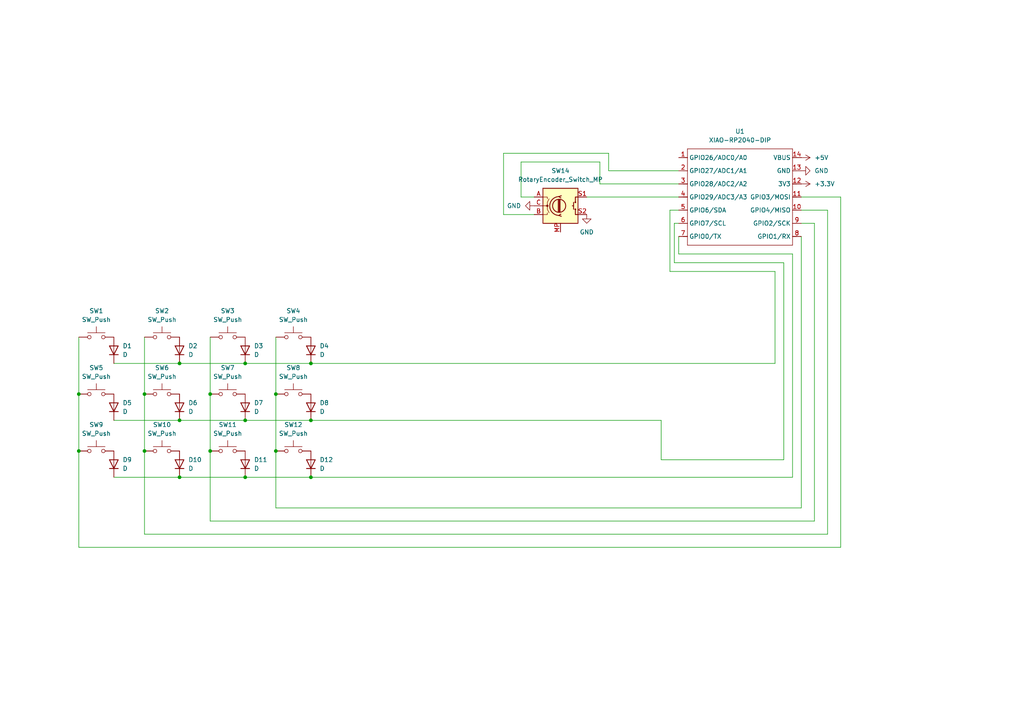
<source format=kicad_sch>
(kicad_sch
	(version 20231120)
	(generator "eeschema")
	(generator_version "8.0")
	(uuid "9d2d2b40-499b-45d8-b3e1-28c32b8e6de0")
	(paper "A4")
	(lib_symbols
		(symbol "Device:D"
			(pin_numbers hide)
			(pin_names
				(offset 1.016) hide)
			(exclude_from_sim no)
			(in_bom yes)
			(on_board yes)
			(property "Reference" "D"
				(at 0 2.54 0)
				(effects
					(font
						(size 1.27 1.27)
					)
				)
			)
			(property "Value" "D"
				(at 0 -2.54 0)
				(effects
					(font
						(size 1.27 1.27)
					)
				)
			)
			(property "Footprint" ""
				(at 0 0 0)
				(effects
					(font
						(size 1.27 1.27)
					)
					(hide yes)
				)
			)
			(property "Datasheet" "~"
				(at 0 0 0)
				(effects
					(font
						(size 1.27 1.27)
					)
					(hide yes)
				)
			)
			(property "Description" "Diode"
				(at 0 0 0)
				(effects
					(font
						(size 1.27 1.27)
					)
					(hide yes)
				)
			)
			(property "Sim.Device" "D"
				(at 0 0 0)
				(effects
					(font
						(size 1.27 1.27)
					)
					(hide yes)
				)
			)
			(property "Sim.Pins" "1=K 2=A"
				(at 0 0 0)
				(effects
					(font
						(size 1.27 1.27)
					)
					(hide yes)
				)
			)
			(property "ki_keywords" "diode"
				(at 0 0 0)
				(effects
					(font
						(size 1.27 1.27)
					)
					(hide yes)
				)
			)
			(property "ki_fp_filters" "TO-???* *_Diode_* *SingleDiode* D_*"
				(at 0 0 0)
				(effects
					(font
						(size 1.27 1.27)
					)
					(hide yes)
				)
			)
			(symbol "D_0_1"
				(polyline
					(pts
						(xy -1.27 1.27) (xy -1.27 -1.27)
					)
					(stroke
						(width 0.254)
						(type default)
					)
					(fill
						(type none)
					)
				)
				(polyline
					(pts
						(xy 1.27 0) (xy -1.27 0)
					)
					(stroke
						(width 0)
						(type default)
					)
					(fill
						(type none)
					)
				)
				(polyline
					(pts
						(xy 1.27 1.27) (xy 1.27 -1.27) (xy -1.27 0) (xy 1.27 1.27)
					)
					(stroke
						(width 0.254)
						(type default)
					)
					(fill
						(type none)
					)
				)
			)
			(symbol "D_1_1"
				(pin passive line
					(at -3.81 0 0)
					(length 2.54)
					(name "K"
						(effects
							(font
								(size 1.27 1.27)
							)
						)
					)
					(number "1"
						(effects
							(font
								(size 1.27 1.27)
							)
						)
					)
				)
				(pin passive line
					(at 3.81 0 180)
					(length 2.54)
					(name "A"
						(effects
							(font
								(size 1.27 1.27)
							)
						)
					)
					(number "2"
						(effects
							(font
								(size 1.27 1.27)
							)
						)
					)
				)
			)
		)
		(symbol "Device:RotaryEncoder_Switch_MP"
			(pin_names
				(offset 0.254) hide)
			(exclude_from_sim no)
			(in_bom yes)
			(on_board yes)
			(property "Reference" "SW"
				(at 0 8.89 0)
				(effects
					(font
						(size 1.27 1.27)
					)
				)
			)
			(property "Value" "RotaryEncoder_Switch_MP"
				(at 0 6.35 0)
				(effects
					(font
						(size 1.27 1.27)
					)
				)
			)
			(property "Footprint" ""
				(at -3.81 4.064 0)
				(effects
					(font
						(size 1.27 1.27)
					)
					(hide yes)
				)
			)
			(property "Datasheet" "~"
				(at 0 -12.7 0)
				(effects
					(font
						(size 1.27 1.27)
					)
					(hide yes)
				)
			)
			(property "Description" "Rotary encoder, dual channel, incremental quadrate outputs, with switch and MP Pin"
				(at 0 -15.24 0)
				(effects
					(font
						(size 1.27 1.27)
					)
					(hide yes)
				)
			)
			(property "ki_keywords" "rotary switch encoder switch push button"
				(at 0 0 0)
				(effects
					(font
						(size 1.27 1.27)
					)
					(hide yes)
				)
			)
			(property "ki_fp_filters" "RotaryEncoder*Switch*"
				(at 0 0 0)
				(effects
					(font
						(size 1.27 1.27)
					)
					(hide yes)
				)
			)
			(symbol "RotaryEncoder_Switch_MP_0_1"
				(rectangle
					(start -5.08 5.08)
					(end 5.08 -5.08)
					(stroke
						(width 0.254)
						(type default)
					)
					(fill
						(type background)
					)
				)
				(circle
					(center -3.81 0)
					(radius 0.254)
					(stroke
						(width 0)
						(type default)
					)
					(fill
						(type outline)
					)
				)
				(circle
					(center -0.381 0)
					(radius 1.905)
					(stroke
						(width 0.254)
						(type default)
					)
					(fill
						(type none)
					)
				)
				(arc
					(start -0.381 2.667)
					(mid -3.0988 -0.0635)
					(end -0.381 -2.794)
					(stroke
						(width 0.254)
						(type default)
					)
					(fill
						(type none)
					)
				)
				(polyline
					(pts
						(xy -0.635 -1.778) (xy -0.635 1.778)
					)
					(stroke
						(width 0.254)
						(type default)
					)
					(fill
						(type none)
					)
				)
				(polyline
					(pts
						(xy -0.381 -1.778) (xy -0.381 1.778)
					)
					(stroke
						(width 0.254)
						(type default)
					)
					(fill
						(type none)
					)
				)
				(polyline
					(pts
						(xy -0.127 1.778) (xy -0.127 -1.778)
					)
					(stroke
						(width 0.254)
						(type default)
					)
					(fill
						(type none)
					)
				)
				(polyline
					(pts
						(xy 3.81 0) (xy 3.429 0)
					)
					(stroke
						(width 0.254)
						(type default)
					)
					(fill
						(type none)
					)
				)
				(polyline
					(pts
						(xy 3.81 1.016) (xy 3.81 -1.016)
					)
					(stroke
						(width 0.254)
						(type default)
					)
					(fill
						(type none)
					)
				)
				(polyline
					(pts
						(xy -5.08 -2.54) (xy -3.81 -2.54) (xy -3.81 -2.032)
					)
					(stroke
						(width 0)
						(type default)
					)
					(fill
						(type none)
					)
				)
				(polyline
					(pts
						(xy -5.08 2.54) (xy -3.81 2.54) (xy -3.81 2.032)
					)
					(stroke
						(width 0)
						(type default)
					)
					(fill
						(type none)
					)
				)
				(polyline
					(pts
						(xy 0.254 -3.048) (xy -0.508 -2.794) (xy 0.127 -2.413)
					)
					(stroke
						(width 0.254)
						(type default)
					)
					(fill
						(type none)
					)
				)
				(polyline
					(pts
						(xy 0.254 2.921) (xy -0.508 2.667) (xy 0.127 2.286)
					)
					(stroke
						(width 0.254)
						(type default)
					)
					(fill
						(type none)
					)
				)
				(polyline
					(pts
						(xy 5.08 -2.54) (xy 4.318 -2.54) (xy 4.318 -1.016)
					)
					(stroke
						(width 0.254)
						(type default)
					)
					(fill
						(type none)
					)
				)
				(polyline
					(pts
						(xy 5.08 2.54) (xy 4.318 2.54) (xy 4.318 1.016)
					)
					(stroke
						(width 0.254)
						(type default)
					)
					(fill
						(type none)
					)
				)
				(polyline
					(pts
						(xy -5.08 0) (xy -3.81 0) (xy -3.81 -1.016) (xy -3.302 -2.032)
					)
					(stroke
						(width 0)
						(type default)
					)
					(fill
						(type none)
					)
				)
				(polyline
					(pts
						(xy -4.318 0) (xy -3.81 0) (xy -3.81 1.016) (xy -3.302 2.032)
					)
					(stroke
						(width 0)
						(type default)
					)
					(fill
						(type none)
					)
				)
				(circle
					(center 4.318 -1.016)
					(radius 0.127)
					(stroke
						(width 0.254)
						(type default)
					)
					(fill
						(type none)
					)
				)
				(circle
					(center 4.318 1.016)
					(radius 0.127)
					(stroke
						(width 0.254)
						(type default)
					)
					(fill
						(type none)
					)
				)
			)
			(symbol "RotaryEncoder_Switch_MP_1_1"
				(pin passive line
					(at -7.62 2.54 0)
					(length 2.54)
					(name "A"
						(effects
							(font
								(size 1.27 1.27)
							)
						)
					)
					(number "A"
						(effects
							(font
								(size 1.27 1.27)
							)
						)
					)
				)
				(pin passive line
					(at -7.62 -2.54 0)
					(length 2.54)
					(name "B"
						(effects
							(font
								(size 1.27 1.27)
							)
						)
					)
					(number "B"
						(effects
							(font
								(size 1.27 1.27)
							)
						)
					)
				)
				(pin passive line
					(at -7.62 0 0)
					(length 2.54)
					(name "C"
						(effects
							(font
								(size 1.27 1.27)
							)
						)
					)
					(number "C"
						(effects
							(font
								(size 1.27 1.27)
							)
						)
					)
				)
				(pin passive line
					(at 0 -7.62 90)
					(length 2.54)
					(name "MP"
						(effects
							(font
								(size 1.27 1.27)
							)
						)
					)
					(number "MP"
						(effects
							(font
								(size 1.27 1.27)
							)
						)
					)
				)
				(pin passive line
					(at 7.62 2.54 180)
					(length 2.54)
					(name "S1"
						(effects
							(font
								(size 1.27 1.27)
							)
						)
					)
					(number "S1"
						(effects
							(font
								(size 1.27 1.27)
							)
						)
					)
				)
				(pin passive line
					(at 7.62 -2.54 180)
					(length 2.54)
					(name "S2"
						(effects
							(font
								(size 1.27 1.27)
							)
						)
					)
					(number "S2"
						(effects
							(font
								(size 1.27 1.27)
							)
						)
					)
				)
			)
		)
		(symbol "Seeed_Studio_XIAO_Series:XIAO-RP2040-DIP"
			(exclude_from_sim no)
			(in_bom yes)
			(on_board yes)
			(property "Reference" "U"
				(at 0 0 0)
				(effects
					(font
						(size 1.27 1.27)
					)
				)
			)
			(property "Value" "XIAO-RP2040-DIP"
				(at 5.334 -1.778 0)
				(effects
					(font
						(size 1.27 1.27)
					)
				)
			)
			(property "Footprint" "Module:MOUDLE14P-XIAO-DIP-SMD"
				(at 14.478 -32.258 0)
				(effects
					(font
						(size 1.27 1.27)
					)
					(hide yes)
				)
			)
			(property "Datasheet" ""
				(at 0 0 0)
				(effects
					(font
						(size 1.27 1.27)
					)
					(hide yes)
				)
			)
			(property "Description" ""
				(at 0 0 0)
				(effects
					(font
						(size 1.27 1.27)
					)
					(hide yes)
				)
			)
			(symbol "XIAO-RP2040-DIP_1_0"
				(polyline
					(pts
						(xy -1.27 -30.48) (xy -1.27 -16.51)
					)
					(stroke
						(width 0.1524)
						(type solid)
					)
					(fill
						(type none)
					)
				)
				(polyline
					(pts
						(xy -1.27 -27.94) (xy -2.54 -27.94)
					)
					(stroke
						(width 0.1524)
						(type solid)
					)
					(fill
						(type none)
					)
				)
				(polyline
					(pts
						(xy -1.27 -24.13) (xy -2.54 -24.13)
					)
					(stroke
						(width 0.1524)
						(type solid)
					)
					(fill
						(type none)
					)
				)
				(polyline
					(pts
						(xy -1.27 -20.32) (xy -2.54 -20.32)
					)
					(stroke
						(width 0.1524)
						(type solid)
					)
					(fill
						(type none)
					)
				)
				(polyline
					(pts
						(xy -1.27 -16.51) (xy -2.54 -16.51)
					)
					(stroke
						(width 0.1524)
						(type solid)
					)
					(fill
						(type none)
					)
				)
				(polyline
					(pts
						(xy -1.27 -16.51) (xy -1.27 -12.7)
					)
					(stroke
						(width 0.1524)
						(type solid)
					)
					(fill
						(type none)
					)
				)
				(polyline
					(pts
						(xy -1.27 -12.7) (xy -2.54 -12.7)
					)
					(stroke
						(width 0.1524)
						(type solid)
					)
					(fill
						(type none)
					)
				)
				(polyline
					(pts
						(xy -1.27 -12.7) (xy -1.27 -8.89)
					)
					(stroke
						(width 0.1524)
						(type solid)
					)
					(fill
						(type none)
					)
				)
				(polyline
					(pts
						(xy -1.27 -8.89) (xy -2.54 -8.89)
					)
					(stroke
						(width 0.1524)
						(type solid)
					)
					(fill
						(type none)
					)
				)
				(polyline
					(pts
						(xy -1.27 -8.89) (xy -1.27 -5.08)
					)
					(stroke
						(width 0.1524)
						(type solid)
					)
					(fill
						(type none)
					)
				)
				(polyline
					(pts
						(xy -1.27 -5.08) (xy -2.54 -5.08)
					)
					(stroke
						(width 0.1524)
						(type solid)
					)
					(fill
						(type none)
					)
				)
				(polyline
					(pts
						(xy -1.27 -5.08) (xy -1.27 -2.54)
					)
					(stroke
						(width 0.1524)
						(type solid)
					)
					(fill
						(type none)
					)
				)
				(polyline
					(pts
						(xy -1.27 -2.54) (xy 29.21 -2.54)
					)
					(stroke
						(width 0.1524)
						(type solid)
					)
					(fill
						(type none)
					)
				)
				(polyline
					(pts
						(xy 29.21 -30.48) (xy -1.27 -30.48)
					)
					(stroke
						(width 0.1524)
						(type solid)
					)
					(fill
						(type none)
					)
				)
				(polyline
					(pts
						(xy 29.21 -12.7) (xy 29.21 -30.48)
					)
					(stroke
						(width 0.1524)
						(type solid)
					)
					(fill
						(type none)
					)
				)
				(polyline
					(pts
						(xy 29.21 -8.89) (xy 29.21 -12.7)
					)
					(stroke
						(width 0.1524)
						(type solid)
					)
					(fill
						(type none)
					)
				)
				(polyline
					(pts
						(xy 29.21 -5.08) (xy 29.21 -8.89)
					)
					(stroke
						(width 0.1524)
						(type solid)
					)
					(fill
						(type none)
					)
				)
				(polyline
					(pts
						(xy 29.21 -2.54) (xy 29.21 -5.08)
					)
					(stroke
						(width 0.1524)
						(type solid)
					)
					(fill
						(type none)
					)
				)
				(polyline
					(pts
						(xy 30.48 -27.94) (xy 29.21 -27.94)
					)
					(stroke
						(width 0.1524)
						(type solid)
					)
					(fill
						(type none)
					)
				)
				(polyline
					(pts
						(xy 30.48 -24.13) (xy 29.21 -24.13)
					)
					(stroke
						(width 0.1524)
						(type solid)
					)
					(fill
						(type none)
					)
				)
				(polyline
					(pts
						(xy 30.48 -20.32) (xy 29.21 -20.32)
					)
					(stroke
						(width 0.1524)
						(type solid)
					)
					(fill
						(type none)
					)
				)
				(polyline
					(pts
						(xy 30.48 -16.51) (xy 29.21 -16.51)
					)
					(stroke
						(width 0.1524)
						(type solid)
					)
					(fill
						(type none)
					)
				)
				(polyline
					(pts
						(xy 30.48 -12.7) (xy 29.21 -12.7)
					)
					(stroke
						(width 0.1524)
						(type solid)
					)
					(fill
						(type none)
					)
				)
				(polyline
					(pts
						(xy 30.48 -8.89) (xy 29.21 -8.89)
					)
					(stroke
						(width 0.1524)
						(type solid)
					)
					(fill
						(type none)
					)
				)
				(polyline
					(pts
						(xy 30.48 -5.08) (xy 29.21 -5.08)
					)
					(stroke
						(width 0.1524)
						(type solid)
					)
					(fill
						(type none)
					)
				)
				(pin passive line
					(at -3.81 -5.08 0)
					(length 2.54)
					(name "GPIO26/ADC0/A0"
						(effects
							(font
								(size 1.27 1.27)
							)
						)
					)
					(number "1"
						(effects
							(font
								(size 1.27 1.27)
							)
						)
					)
				)
				(pin passive line
					(at 31.75 -20.32 180)
					(length 2.54)
					(name "GPIO4/MISO"
						(effects
							(font
								(size 1.27 1.27)
							)
						)
					)
					(number "10"
						(effects
							(font
								(size 1.27 1.27)
							)
						)
					)
				)
				(pin passive line
					(at 31.75 -16.51 180)
					(length 2.54)
					(name "GPIO3/MOSI"
						(effects
							(font
								(size 1.27 1.27)
							)
						)
					)
					(number "11"
						(effects
							(font
								(size 1.27 1.27)
							)
						)
					)
				)
				(pin passive line
					(at 31.75 -12.7 180)
					(length 2.54)
					(name "3V3"
						(effects
							(font
								(size 1.27 1.27)
							)
						)
					)
					(number "12"
						(effects
							(font
								(size 1.27 1.27)
							)
						)
					)
				)
				(pin passive line
					(at 31.75 -8.89 180)
					(length 2.54)
					(name "GND"
						(effects
							(font
								(size 1.27 1.27)
							)
						)
					)
					(number "13"
						(effects
							(font
								(size 1.27 1.27)
							)
						)
					)
				)
				(pin passive line
					(at 31.75 -5.08 180)
					(length 2.54)
					(name "VBUS"
						(effects
							(font
								(size 1.27 1.27)
							)
						)
					)
					(number "14"
						(effects
							(font
								(size 1.27 1.27)
							)
						)
					)
				)
				(pin passive line
					(at -3.81 -8.89 0)
					(length 2.54)
					(name "GPIO27/ADC1/A1"
						(effects
							(font
								(size 1.27 1.27)
							)
						)
					)
					(number "2"
						(effects
							(font
								(size 1.27 1.27)
							)
						)
					)
				)
				(pin passive line
					(at -3.81 -12.7 0)
					(length 2.54)
					(name "GPIO28/ADC2/A2"
						(effects
							(font
								(size 1.27 1.27)
							)
						)
					)
					(number "3"
						(effects
							(font
								(size 1.27 1.27)
							)
						)
					)
				)
				(pin passive line
					(at -3.81 -16.51 0)
					(length 2.54)
					(name "GPIO29/ADC3/A3"
						(effects
							(font
								(size 1.27 1.27)
							)
						)
					)
					(number "4"
						(effects
							(font
								(size 1.27 1.27)
							)
						)
					)
				)
				(pin passive line
					(at -3.81 -20.32 0)
					(length 2.54)
					(name "GPIO6/SDA"
						(effects
							(font
								(size 1.27 1.27)
							)
						)
					)
					(number "5"
						(effects
							(font
								(size 1.27 1.27)
							)
						)
					)
				)
				(pin passive line
					(at -3.81 -24.13 0)
					(length 2.54)
					(name "GPIO7/SCL"
						(effects
							(font
								(size 1.27 1.27)
							)
						)
					)
					(number "6"
						(effects
							(font
								(size 1.27 1.27)
							)
						)
					)
				)
				(pin passive line
					(at -3.81 -27.94 0)
					(length 2.54)
					(name "GPIO0/TX"
						(effects
							(font
								(size 1.27 1.27)
							)
						)
					)
					(number "7"
						(effects
							(font
								(size 1.27 1.27)
							)
						)
					)
				)
				(pin passive line
					(at 31.75 -27.94 180)
					(length 2.54)
					(name "GPIO1/RX"
						(effects
							(font
								(size 1.27 1.27)
							)
						)
					)
					(number "8"
						(effects
							(font
								(size 1.27 1.27)
							)
						)
					)
				)
				(pin passive line
					(at 31.75 -24.13 180)
					(length 2.54)
					(name "GPIO2/SCK"
						(effects
							(font
								(size 1.27 1.27)
							)
						)
					)
					(number "9"
						(effects
							(font
								(size 1.27 1.27)
							)
						)
					)
				)
			)
		)
		(symbol "Switch:SW_Push"
			(pin_numbers hide)
			(pin_names
				(offset 1.016) hide)
			(exclude_from_sim no)
			(in_bom yes)
			(on_board yes)
			(property "Reference" "SW"
				(at 1.27 2.54 0)
				(effects
					(font
						(size 1.27 1.27)
					)
					(justify left)
				)
			)
			(property "Value" "SW_Push"
				(at 0 -1.524 0)
				(effects
					(font
						(size 1.27 1.27)
					)
				)
			)
			(property "Footprint" ""
				(at 0 5.08 0)
				(effects
					(font
						(size 1.27 1.27)
					)
					(hide yes)
				)
			)
			(property "Datasheet" "~"
				(at 0 5.08 0)
				(effects
					(font
						(size 1.27 1.27)
					)
					(hide yes)
				)
			)
			(property "Description" "Push button switch, generic, two pins"
				(at 0 0 0)
				(effects
					(font
						(size 1.27 1.27)
					)
					(hide yes)
				)
			)
			(property "ki_keywords" "switch normally-open pushbutton push-button"
				(at 0 0 0)
				(effects
					(font
						(size 1.27 1.27)
					)
					(hide yes)
				)
			)
			(symbol "SW_Push_0_1"
				(circle
					(center -2.032 0)
					(radius 0.508)
					(stroke
						(width 0)
						(type default)
					)
					(fill
						(type none)
					)
				)
				(polyline
					(pts
						(xy 0 1.27) (xy 0 3.048)
					)
					(stroke
						(width 0)
						(type default)
					)
					(fill
						(type none)
					)
				)
				(polyline
					(pts
						(xy 2.54 1.27) (xy -2.54 1.27)
					)
					(stroke
						(width 0)
						(type default)
					)
					(fill
						(type none)
					)
				)
				(circle
					(center 2.032 0)
					(radius 0.508)
					(stroke
						(width 0)
						(type default)
					)
					(fill
						(type none)
					)
				)
				(pin passive line
					(at -5.08 0 0)
					(length 2.54)
					(name "1"
						(effects
							(font
								(size 1.27 1.27)
							)
						)
					)
					(number "1"
						(effects
							(font
								(size 1.27 1.27)
							)
						)
					)
				)
				(pin passive line
					(at 5.08 0 180)
					(length 2.54)
					(name "2"
						(effects
							(font
								(size 1.27 1.27)
							)
						)
					)
					(number "2"
						(effects
							(font
								(size 1.27 1.27)
							)
						)
					)
				)
			)
		)
		(symbol "power:+3.3V"
			(power)
			(pin_numbers hide)
			(pin_names
				(offset 0) hide)
			(exclude_from_sim no)
			(in_bom yes)
			(on_board yes)
			(property "Reference" "#PWR"
				(at 0 -3.81 0)
				(effects
					(font
						(size 1.27 1.27)
					)
					(hide yes)
				)
			)
			(property "Value" "+3.3V"
				(at 0 3.556 0)
				(effects
					(font
						(size 1.27 1.27)
					)
				)
			)
			(property "Footprint" ""
				(at 0 0 0)
				(effects
					(font
						(size 1.27 1.27)
					)
					(hide yes)
				)
			)
			(property "Datasheet" ""
				(at 0 0 0)
				(effects
					(font
						(size 1.27 1.27)
					)
					(hide yes)
				)
			)
			(property "Description" "Power symbol creates a global label with name \"+3.3V\""
				(at 0 0 0)
				(effects
					(font
						(size 1.27 1.27)
					)
					(hide yes)
				)
			)
			(property "ki_keywords" "global power"
				(at 0 0 0)
				(effects
					(font
						(size 1.27 1.27)
					)
					(hide yes)
				)
			)
			(symbol "+3.3V_0_1"
				(polyline
					(pts
						(xy -0.762 1.27) (xy 0 2.54)
					)
					(stroke
						(width 0)
						(type default)
					)
					(fill
						(type none)
					)
				)
				(polyline
					(pts
						(xy 0 0) (xy 0 2.54)
					)
					(stroke
						(width 0)
						(type default)
					)
					(fill
						(type none)
					)
				)
				(polyline
					(pts
						(xy 0 2.54) (xy 0.762 1.27)
					)
					(stroke
						(width 0)
						(type default)
					)
					(fill
						(type none)
					)
				)
			)
			(symbol "+3.3V_1_1"
				(pin power_in line
					(at 0 0 90)
					(length 0)
					(name "~"
						(effects
							(font
								(size 1.27 1.27)
							)
						)
					)
					(number "1"
						(effects
							(font
								(size 1.27 1.27)
							)
						)
					)
				)
			)
		)
		(symbol "power:+5V"
			(power)
			(pin_numbers hide)
			(pin_names
				(offset 0) hide)
			(exclude_from_sim no)
			(in_bom yes)
			(on_board yes)
			(property "Reference" "#PWR"
				(at 0 -3.81 0)
				(effects
					(font
						(size 1.27 1.27)
					)
					(hide yes)
				)
			)
			(property "Value" "+5V"
				(at 0 3.556 0)
				(effects
					(font
						(size 1.27 1.27)
					)
				)
			)
			(property "Footprint" ""
				(at 0 0 0)
				(effects
					(font
						(size 1.27 1.27)
					)
					(hide yes)
				)
			)
			(property "Datasheet" ""
				(at 0 0 0)
				(effects
					(font
						(size 1.27 1.27)
					)
					(hide yes)
				)
			)
			(property "Description" "Power symbol creates a global label with name \"+5V\""
				(at 0 0 0)
				(effects
					(font
						(size 1.27 1.27)
					)
					(hide yes)
				)
			)
			(property "ki_keywords" "global power"
				(at 0 0 0)
				(effects
					(font
						(size 1.27 1.27)
					)
					(hide yes)
				)
			)
			(symbol "+5V_0_1"
				(polyline
					(pts
						(xy -0.762 1.27) (xy 0 2.54)
					)
					(stroke
						(width 0)
						(type default)
					)
					(fill
						(type none)
					)
				)
				(polyline
					(pts
						(xy 0 0) (xy 0 2.54)
					)
					(stroke
						(width 0)
						(type default)
					)
					(fill
						(type none)
					)
				)
				(polyline
					(pts
						(xy 0 2.54) (xy 0.762 1.27)
					)
					(stroke
						(width 0)
						(type default)
					)
					(fill
						(type none)
					)
				)
			)
			(symbol "+5V_1_1"
				(pin power_in line
					(at 0 0 90)
					(length 0)
					(name "~"
						(effects
							(font
								(size 1.27 1.27)
							)
						)
					)
					(number "1"
						(effects
							(font
								(size 1.27 1.27)
							)
						)
					)
				)
			)
		)
		(symbol "power:GND"
			(power)
			(pin_numbers hide)
			(pin_names
				(offset 0) hide)
			(exclude_from_sim no)
			(in_bom yes)
			(on_board yes)
			(property "Reference" "#PWR"
				(at 0 -6.35 0)
				(effects
					(font
						(size 1.27 1.27)
					)
					(hide yes)
				)
			)
			(property "Value" "GND"
				(at 0 -3.81 0)
				(effects
					(font
						(size 1.27 1.27)
					)
				)
			)
			(property "Footprint" ""
				(at 0 0 0)
				(effects
					(font
						(size 1.27 1.27)
					)
					(hide yes)
				)
			)
			(property "Datasheet" ""
				(at 0 0 0)
				(effects
					(font
						(size 1.27 1.27)
					)
					(hide yes)
				)
			)
			(property "Description" "Power symbol creates a global label with name \"GND\" , ground"
				(at 0 0 0)
				(effects
					(font
						(size 1.27 1.27)
					)
					(hide yes)
				)
			)
			(property "ki_keywords" "global power"
				(at 0 0 0)
				(effects
					(font
						(size 1.27 1.27)
					)
					(hide yes)
				)
			)
			(symbol "GND_0_1"
				(polyline
					(pts
						(xy 0 0) (xy 0 -1.27) (xy 1.27 -1.27) (xy 0 -2.54) (xy -1.27 -1.27) (xy 0 -1.27)
					)
					(stroke
						(width 0)
						(type default)
					)
					(fill
						(type none)
					)
				)
			)
			(symbol "GND_1_1"
				(pin power_in line
					(at 0 0 270)
					(length 0)
					(name "~"
						(effects
							(font
								(size 1.27 1.27)
							)
						)
					)
					(number "1"
						(effects
							(font
								(size 1.27 1.27)
							)
						)
					)
				)
			)
		)
	)
	(junction
		(at 80.01 114.3)
		(diameter 0)
		(color 0 0 0 0)
		(uuid "244d23a5-20e3-44b1-b8c2-140815b9e260")
	)
	(junction
		(at 22.86 114.3)
		(diameter 0)
		(color 0 0 0 0)
		(uuid "285a17ee-40bb-4987-abc3-99353f0873d4")
	)
	(junction
		(at 52.07 105.41)
		(diameter 0)
		(color 0 0 0 0)
		(uuid "39a32448-6d39-4e59-bd12-2cc1347d92d1")
	)
	(junction
		(at 80.01 130.81)
		(diameter 0)
		(color 0 0 0 0)
		(uuid "3f7447a9-8c4a-4d4a-981e-05ca205ffb36")
	)
	(junction
		(at 90.17 105.41)
		(diameter 0)
		(color 0 0 0 0)
		(uuid "76ca1a96-0247-44d0-a857-e0cd72a209c5")
	)
	(junction
		(at 52.07 138.43)
		(diameter 0)
		(color 0 0 0 0)
		(uuid "7b5b6d09-9713-4f06-9f81-4ad8f4fe1598")
	)
	(junction
		(at 41.91 114.3)
		(diameter 0)
		(color 0 0 0 0)
		(uuid "7e4fab71-48d8-4c7c-98cc-ed17bc3a0c1a")
	)
	(junction
		(at 71.12 121.92)
		(diameter 0)
		(color 0 0 0 0)
		(uuid "8f58160f-665f-4806-ab01-55a28552a4d9")
	)
	(junction
		(at 71.12 138.43)
		(diameter 0)
		(color 0 0 0 0)
		(uuid "8fd491f9-9398-4fe5-a022-5914cc764bfa")
	)
	(junction
		(at 60.96 130.81)
		(diameter 0)
		(color 0 0 0 0)
		(uuid "a7ee7ef8-56c5-43aa-b20c-c3a22fc5fd07")
	)
	(junction
		(at 60.96 114.3)
		(diameter 0)
		(color 0 0 0 0)
		(uuid "ad1e14bd-0f68-462c-a896-b8f5e19d1231")
	)
	(junction
		(at 90.17 121.92)
		(diameter 0)
		(color 0 0 0 0)
		(uuid "c6bc1f16-0c8b-40ea-b871-4552205ef48d")
	)
	(junction
		(at 41.91 130.81)
		(diameter 0)
		(color 0 0 0 0)
		(uuid "d37839a7-e8a0-4e2c-b872-0a93d219fcbe")
	)
	(junction
		(at 22.86 130.81)
		(diameter 0)
		(color 0 0 0 0)
		(uuid "d6d93101-6bf2-4500-8ef6-8709e3f1ec0d")
	)
	(junction
		(at 52.07 121.92)
		(diameter 0)
		(color 0 0 0 0)
		(uuid "efb54dd4-fc42-4e8e-bdfe-9c711cb96857")
	)
	(junction
		(at 90.17 138.43)
		(diameter 0)
		(color 0 0 0 0)
		(uuid "f74ae3e5-b9d1-4d4d-890b-4ef9b1ce572e")
	)
	(junction
		(at 71.12 105.41)
		(diameter 0)
		(color 0 0 0 0)
		(uuid "fc80f3a9-e1c3-43e5-aa0d-423dec3b6ce1")
	)
	(wire
		(pts
			(xy 196.85 68.58) (xy 196.85 73.66)
		)
		(stroke
			(width 0)
			(type default)
		)
		(uuid "0634bcc6-0b5b-4789-af66-9a3609d59805")
	)
	(wire
		(pts
			(xy 33.02 121.92) (xy 52.07 121.92)
		)
		(stroke
			(width 0)
			(type default)
		)
		(uuid "0f9dbc1a-2e74-4c61-bf84-897d90d8b1e9")
	)
	(wire
		(pts
			(xy 41.91 97.79) (xy 41.91 114.3)
		)
		(stroke
			(width 0)
			(type default)
		)
		(uuid "10e7a23e-d071-4fc2-a5f5-df8ffe4e04ed")
	)
	(wire
		(pts
			(xy 80.01 114.3) (xy 80.01 130.81)
		)
		(stroke
			(width 0)
			(type default)
		)
		(uuid "191a0af1-7fbd-48d9-a9a7-f8da2698374b")
	)
	(wire
		(pts
			(xy 176.53 49.53) (xy 196.85 49.53)
		)
		(stroke
			(width 0)
			(type default)
		)
		(uuid "1f950cca-4c86-4e6d-8132-d56231a743bf")
	)
	(wire
		(pts
			(xy 232.41 147.32) (xy 232.41 68.58)
		)
		(stroke
			(width 0)
			(type default)
		)
		(uuid "27f4c53d-849e-4c71-86e4-7869a935c973")
	)
	(wire
		(pts
			(xy 90.17 138.43) (xy 229.87 138.43)
		)
		(stroke
			(width 0)
			(type default)
		)
		(uuid "336f2f18-14cd-48c0-846d-8919859f64e7")
	)
	(wire
		(pts
			(xy 52.07 121.92) (xy 71.12 121.92)
		)
		(stroke
			(width 0)
			(type default)
		)
		(uuid "36142d0e-69c1-4b3e-843c-d65c43225adb")
	)
	(wire
		(pts
			(xy 33.02 138.43) (xy 52.07 138.43)
		)
		(stroke
			(width 0)
			(type default)
		)
		(uuid "476f40ac-47fc-4b2a-a571-40fac802f9a6")
	)
	(wire
		(pts
			(xy 224.79 105.41) (xy 90.17 105.41)
		)
		(stroke
			(width 0)
			(type default)
		)
		(uuid "4d92b977-0293-4a8e-8809-34efc36bd012")
	)
	(wire
		(pts
			(xy 60.96 114.3) (xy 60.96 130.81)
		)
		(stroke
			(width 0)
			(type default)
		)
		(uuid "4e77f1c9-6df6-48b2-bfe6-e2e6b4fd0501")
	)
	(wire
		(pts
			(xy 80.01 130.81) (xy 80.01 147.32)
		)
		(stroke
			(width 0)
			(type default)
		)
		(uuid "4e880f95-2ea8-447b-99fa-c40a360e40c3")
	)
	(wire
		(pts
			(xy 52.07 138.43) (xy 71.12 138.43)
		)
		(stroke
			(width 0)
			(type default)
		)
		(uuid "56ecf59b-2091-4147-a471-414b8c22a0dd")
	)
	(wire
		(pts
			(xy 224.79 78.74) (xy 194.31 78.74)
		)
		(stroke
			(width 0)
			(type default)
		)
		(uuid "5f1d8b97-71a6-4d22-be09-8314f209b8a5")
	)
	(wire
		(pts
			(xy 194.31 78.74) (xy 194.31 60.96)
		)
		(stroke
			(width 0)
			(type default)
		)
		(uuid "629c61e3-06b6-4fcf-acd2-7223a25b3408")
	)
	(wire
		(pts
			(xy 191.77 121.92) (xy 90.17 121.92)
		)
		(stroke
			(width 0)
			(type default)
		)
		(uuid "663c5ee4-71fc-437a-9d08-8f65a09473df")
	)
	(wire
		(pts
			(xy 22.86 158.75) (xy 243.84 158.75)
		)
		(stroke
			(width 0)
			(type default)
		)
		(uuid "6b632174-32a5-4b69-b904-fac46f846681")
	)
	(wire
		(pts
			(xy 227.33 76.2) (xy 195.58 76.2)
		)
		(stroke
			(width 0)
			(type default)
		)
		(uuid "6ccaef92-b964-4b4f-8f97-ad3ced37d444")
	)
	(wire
		(pts
			(xy 146.05 62.23) (xy 146.05 44.45)
		)
		(stroke
			(width 0)
			(type default)
		)
		(uuid "6ff5a7ef-9494-4e17-81d0-7b4a56e9a0d1")
	)
	(wire
		(pts
			(xy 227.33 133.35) (xy 227.33 76.2)
		)
		(stroke
			(width 0)
			(type default)
		)
		(uuid "70c7ac28-b910-44f2-9385-b8c9f08a64bf")
	)
	(wire
		(pts
			(xy 151.13 57.15) (xy 151.13 46.99)
		)
		(stroke
			(width 0)
			(type default)
		)
		(uuid "71d27190-8a56-42ae-9fac-0537bbe40416")
	)
	(wire
		(pts
			(xy 52.07 105.41) (xy 71.12 105.41)
		)
		(stroke
			(width 0)
			(type default)
		)
		(uuid "71d57b5b-d5d8-4277-a610-12058f7c23e3")
	)
	(wire
		(pts
			(xy 224.79 105.41) (xy 224.79 78.74)
		)
		(stroke
			(width 0)
			(type default)
		)
		(uuid "77f51466-bb9f-4d9a-99a1-e2899449c468")
	)
	(wire
		(pts
			(xy 71.12 105.41) (xy 90.17 105.41)
		)
		(stroke
			(width 0)
			(type default)
		)
		(uuid "822c8abb-b6a5-4936-80ea-6b83d78d3501")
	)
	(wire
		(pts
			(xy 154.94 57.15) (xy 151.13 57.15)
		)
		(stroke
			(width 0)
			(type default)
		)
		(uuid "82777c3b-4042-4ee8-8110-df07f2122f5c")
	)
	(wire
		(pts
			(xy 151.13 46.99) (xy 173.99 46.99)
		)
		(stroke
			(width 0)
			(type default)
		)
		(uuid "89084d1b-2246-4e48-bc51-866ee11b161d")
	)
	(wire
		(pts
			(xy 146.05 44.45) (xy 176.53 44.45)
		)
		(stroke
			(width 0)
			(type default)
		)
		(uuid "8ae9cfe2-0cc3-49c5-8899-6d13c6dba403")
	)
	(wire
		(pts
			(xy 80.01 97.79) (xy 80.01 114.3)
		)
		(stroke
			(width 0)
			(type default)
		)
		(uuid "8cd77409-5dc9-4fab-bb1d-1bf7745a3fac")
	)
	(wire
		(pts
			(xy 236.22 151.13) (xy 236.22 64.77)
		)
		(stroke
			(width 0)
			(type default)
		)
		(uuid "8e04db82-2191-4cd7-b20e-65f6acaae498")
	)
	(wire
		(pts
			(xy 176.53 44.45) (xy 176.53 49.53)
		)
		(stroke
			(width 0)
			(type default)
		)
		(uuid "99a09104-4e57-43f5-859b-2911508a4d77")
	)
	(wire
		(pts
			(xy 194.31 60.96) (xy 196.85 60.96)
		)
		(stroke
			(width 0)
			(type default)
		)
		(uuid "9bf17bda-0bd6-412b-9260-628cd69b008d")
	)
	(wire
		(pts
			(xy 71.12 121.92) (xy 90.17 121.92)
		)
		(stroke
			(width 0)
			(type default)
		)
		(uuid "9c21e6b1-2e39-45cf-b691-35f96e45ccff")
	)
	(wire
		(pts
			(xy 173.99 46.99) (xy 173.99 53.34)
		)
		(stroke
			(width 0)
			(type default)
		)
		(uuid "9d1beff9-9bde-4d19-aac4-547a11521174")
	)
	(wire
		(pts
			(xy 173.99 53.34) (xy 196.85 53.34)
		)
		(stroke
			(width 0)
			(type default)
		)
		(uuid "9d8d2452-4383-43a5-8cd2-8d9c96aec5e9")
	)
	(wire
		(pts
			(xy 195.58 76.2) (xy 195.58 64.77)
		)
		(stroke
			(width 0)
			(type default)
		)
		(uuid "a169ba94-98a2-404f-9e59-2c23e5e39631")
	)
	(wire
		(pts
			(xy 22.86 114.3) (xy 22.86 130.81)
		)
		(stroke
			(width 0)
			(type default)
		)
		(uuid "a58fffd8-90cb-46eb-82be-a7c526a4e450")
	)
	(wire
		(pts
			(xy 236.22 64.77) (xy 232.41 64.77)
		)
		(stroke
			(width 0)
			(type default)
		)
		(uuid "abe69973-6991-44b1-bfab-73d34b240c69")
	)
	(wire
		(pts
			(xy 170.18 57.15) (xy 196.85 57.15)
		)
		(stroke
			(width 0)
			(type default)
		)
		(uuid "afae51d8-e9c7-4c16-98eb-5148c6cd790e")
	)
	(wire
		(pts
			(xy 229.87 73.66) (xy 196.85 73.66)
		)
		(stroke
			(width 0)
			(type default)
		)
		(uuid "b4139b2a-6b93-4574-a430-f78e230d53e7")
	)
	(wire
		(pts
			(xy 60.96 130.81) (xy 60.96 151.13)
		)
		(stroke
			(width 0)
			(type default)
		)
		(uuid "b431c0be-468d-4886-98de-561f24f8b654")
	)
	(wire
		(pts
			(xy 80.01 147.32) (xy 232.41 147.32)
		)
		(stroke
			(width 0)
			(type default)
		)
		(uuid "b5738217-a17c-4ca0-be4d-87a8e81166cc")
	)
	(wire
		(pts
			(xy 191.77 133.35) (xy 191.77 121.92)
		)
		(stroke
			(width 0)
			(type default)
		)
		(uuid "bb9628c7-471d-4093-9cd6-62ec692f082c")
	)
	(wire
		(pts
			(xy 154.94 62.23) (xy 146.05 62.23)
		)
		(stroke
			(width 0)
			(type default)
		)
		(uuid "bd5b7bc3-d6a1-4ef9-8dff-ac573989f1b4")
	)
	(wire
		(pts
			(xy 243.84 57.15) (xy 232.41 57.15)
		)
		(stroke
			(width 0)
			(type default)
		)
		(uuid "c1c937c9-9342-4013-9107-a1bc28b8ad30")
	)
	(wire
		(pts
			(xy 33.02 105.41) (xy 52.07 105.41)
		)
		(stroke
			(width 0)
			(type default)
		)
		(uuid "c5b06790-a8a6-4ce1-9269-80cb1540afeb")
	)
	(wire
		(pts
			(xy 60.96 151.13) (xy 236.22 151.13)
		)
		(stroke
			(width 0)
			(type default)
		)
		(uuid "c9b434ea-7694-4a1e-b0a2-ae576487b25b")
	)
	(wire
		(pts
			(xy 229.87 138.43) (xy 229.87 73.66)
		)
		(stroke
			(width 0)
			(type default)
		)
		(uuid "d0f174ab-ee24-4a28-a1fc-6421fcb8e90b")
	)
	(wire
		(pts
			(xy 191.77 133.35) (xy 227.33 133.35)
		)
		(stroke
			(width 0)
			(type default)
		)
		(uuid "d25f1154-bee1-4ede-88da-5fd37c2a047a")
	)
	(wire
		(pts
			(xy 195.58 64.77) (xy 196.85 64.77)
		)
		(stroke
			(width 0)
			(type default)
		)
		(uuid "d28e136a-4e2a-4ce1-83c8-fd2824035ea5")
	)
	(wire
		(pts
			(xy 41.91 114.3) (xy 41.91 130.81)
		)
		(stroke
			(width 0)
			(type default)
		)
		(uuid "d430604a-bae7-4ea3-ba0c-b2546615bfdd")
	)
	(wire
		(pts
			(xy 41.91 130.81) (xy 41.91 154.94)
		)
		(stroke
			(width 0)
			(type default)
		)
		(uuid "d82df336-ada5-4b20-99ff-ae43b9269835")
	)
	(wire
		(pts
			(xy 22.86 130.81) (xy 22.86 158.75)
		)
		(stroke
			(width 0)
			(type default)
		)
		(uuid "d9ece4fc-e936-463b-9052-878d1b2f30a9")
	)
	(wire
		(pts
			(xy 41.91 154.94) (xy 240.03 154.94)
		)
		(stroke
			(width 0)
			(type default)
		)
		(uuid "dac83414-45e9-41a2-8479-5b32cab6a612")
	)
	(wire
		(pts
			(xy 22.86 97.79) (xy 22.86 114.3)
		)
		(stroke
			(width 0)
			(type default)
		)
		(uuid "db625ccd-cda3-4fd0-9310-74bfd2161a3f")
	)
	(wire
		(pts
			(xy 60.96 97.79) (xy 60.96 114.3)
		)
		(stroke
			(width 0)
			(type default)
		)
		(uuid "de7d6a28-18ba-4914-9d55-8afaa1815ae7")
	)
	(wire
		(pts
			(xy 243.84 158.75) (xy 243.84 57.15)
		)
		(stroke
			(width 0)
			(type default)
		)
		(uuid "e33d121e-ad75-4c06-8ddc-4dbcf218615f")
	)
	(wire
		(pts
			(xy 71.12 138.43) (xy 90.17 138.43)
		)
		(stroke
			(width 0)
			(type default)
		)
		(uuid "eb236d97-7915-49a2-ba17-591968aa53d9")
	)
	(wire
		(pts
			(xy 232.41 60.96) (xy 240.03 60.96)
		)
		(stroke
			(width 0)
			(type default)
		)
		(uuid "ef36123b-a29f-4a3d-a4e6-094c183cb3c3")
	)
	(wire
		(pts
			(xy 240.03 154.94) (xy 240.03 60.96)
		)
		(stroke
			(width 0)
			(type default)
		)
		(uuid "f58d6248-6012-49cc-97a3-7c44eb687373")
	)
	(symbol
		(lib_id "Device:D")
		(at 90.17 118.11 90)
		(unit 1)
		(exclude_from_sim no)
		(in_bom yes)
		(on_board yes)
		(dnp no)
		(fields_autoplaced yes)
		(uuid "004c6341-6a55-4047-b408-30f39721861c")
		(property "Reference" "D8"
			(at 92.71 116.8399 90)
			(effects
				(font
					(size 1.27 1.27)
				)
				(justify right)
			)
		)
		(property "Value" "D"
			(at 92.71 119.3799 90)
			(effects
				(font
					(size 1.27 1.27)
				)
				(justify right)
			)
		)
		(property "Footprint" "Diode_THT:D_DO-35_SOD27_P7.62mm_Horizontal"
			(at 90.17 118.11 0)
			(effects
				(font
					(size 1.27 1.27)
				)
				(hide yes)
			)
		)
		(property "Datasheet" "~"
			(at 90.17 118.11 0)
			(effects
				(font
					(size 1.27 1.27)
				)
				(hide yes)
			)
		)
		(property "Description" "Diode"
			(at 90.17 118.11 0)
			(effects
				(font
					(size 1.27 1.27)
				)
				(hide yes)
			)
		)
		(property "Sim.Device" "D"
			(at 90.17 118.11 0)
			(effects
				(font
					(size 1.27 1.27)
				)
				(hide yes)
			)
		)
		(property "Sim.Pins" "1=K 2=A"
			(at 90.17 118.11 0)
			(effects
				(font
					(size 1.27 1.27)
				)
				(hide yes)
			)
		)
		(pin "2"
			(uuid "ffc5cd6b-b79c-4f9e-8b19-4a589615be0c")
		)
		(pin "1"
			(uuid "40dab3fe-1119-44aa-8c1c-b9ae8e88e9c9")
		)
		(instances
			(project "ForrealziesDaRealPCB"
				(path "/9d2d2b40-499b-45d8-b3e1-28c32b8e6de0"
					(reference "D8")
					(unit 1)
				)
			)
		)
	)
	(symbol
		(lib_id "Device:D")
		(at 33.02 118.11 90)
		(unit 1)
		(exclude_from_sim no)
		(in_bom yes)
		(on_board yes)
		(dnp no)
		(fields_autoplaced yes)
		(uuid "06549308-4aa6-4393-9af7-a279345a8b98")
		(property "Reference" "D5"
			(at 35.56 116.8399 90)
			(effects
				(font
					(size 1.27 1.27)
				)
				(justify right)
			)
		)
		(property "Value" "D"
			(at 35.56 119.3799 90)
			(effects
				(font
					(size 1.27 1.27)
				)
				(justify right)
			)
		)
		(property "Footprint" "Diode_THT:D_DO-35_SOD27_P7.62mm_Horizontal"
			(at 33.02 118.11 0)
			(effects
				(font
					(size 1.27 1.27)
				)
				(hide yes)
			)
		)
		(property "Datasheet" "~"
			(at 33.02 118.11 0)
			(effects
				(font
					(size 1.27 1.27)
				)
				(hide yes)
			)
		)
		(property "Description" "Diode"
			(at 33.02 118.11 0)
			(effects
				(font
					(size 1.27 1.27)
				)
				(hide yes)
			)
		)
		(property "Sim.Device" "D"
			(at 33.02 118.11 0)
			(effects
				(font
					(size 1.27 1.27)
				)
				(hide yes)
			)
		)
		(property "Sim.Pins" "1=K 2=A"
			(at 33.02 118.11 0)
			(effects
				(font
					(size 1.27 1.27)
				)
				(hide yes)
			)
		)
		(pin "2"
			(uuid "4c0e023c-22c0-4363-84cb-6bfdcdf4452d")
		)
		(pin "1"
			(uuid "ebfa50d1-4080-4c48-95f3-98e0055af91a")
		)
		(instances
			(project "ForrealziesDaRealPCB"
				(path "/9d2d2b40-499b-45d8-b3e1-28c32b8e6de0"
					(reference "D5")
					(unit 1)
				)
			)
		)
	)
	(symbol
		(lib_id "Device:D")
		(at 52.07 101.6 90)
		(unit 1)
		(exclude_from_sim no)
		(in_bom yes)
		(on_board yes)
		(dnp no)
		(fields_autoplaced yes)
		(uuid "0654a44e-ddd2-4e52-bd72-792efaeaab87")
		(property "Reference" "D2"
			(at 54.61 100.3299 90)
			(effects
				(font
					(size 1.27 1.27)
				)
				(justify right)
			)
		)
		(property "Value" "D"
			(at 54.61 102.8699 90)
			(effects
				(font
					(size 1.27 1.27)
				)
				(justify right)
			)
		)
		(property "Footprint" "Diode_THT:D_DO-35_SOD27_P7.62mm_Horizontal"
			(at 52.07 101.6 0)
			(effects
				(font
					(size 1.27 1.27)
				)
				(hide yes)
			)
		)
		(property "Datasheet" "~"
			(at 52.07 101.6 0)
			(effects
				(font
					(size 1.27 1.27)
				)
				(hide yes)
			)
		)
		(property "Description" "Diode"
			(at 52.07 101.6 0)
			(effects
				(font
					(size 1.27 1.27)
				)
				(hide yes)
			)
		)
		(property "Sim.Device" "D"
			(at 52.07 101.6 0)
			(effects
				(font
					(size 1.27 1.27)
				)
				(hide yes)
			)
		)
		(property "Sim.Pins" "1=K 2=A"
			(at 52.07 101.6 0)
			(effects
				(font
					(size 1.27 1.27)
				)
				(hide yes)
			)
		)
		(pin "2"
			(uuid "f480fe7b-7733-4c71-8e29-a0830b887288")
		)
		(pin "1"
			(uuid "818ce938-9e05-4839-8351-62b17d4f2117")
		)
		(instances
			(project "ForrealziesDaRealPCB"
				(path "/9d2d2b40-499b-45d8-b3e1-28c32b8e6de0"
					(reference "D2")
					(unit 1)
				)
			)
		)
	)
	(symbol
		(lib_id "Switch:SW_Push")
		(at 46.99 97.79 0)
		(unit 1)
		(exclude_from_sim no)
		(in_bom yes)
		(on_board yes)
		(dnp no)
		(fields_autoplaced yes)
		(uuid "0d75fd90-871a-42c0-acc7-c4657e6191e3")
		(property "Reference" "SW2"
			(at 46.99 90.17 0)
			(effects
				(font
					(size 1.27 1.27)
				)
			)
		)
		(property "Value" "SW_Push"
			(at 46.99 92.71 0)
			(effects
				(font
					(size 1.27 1.27)
				)
			)
		)
		(property "Footprint" "Button_Switch_Keyboard:SW_Cherry_MX_1.00u_PCB"
			(at 46.99 92.71 0)
			(effects
				(font
					(size 1.27 1.27)
				)
				(hide yes)
			)
		)
		(property "Datasheet" "~"
			(at 46.99 92.71 0)
			(effects
				(font
					(size 1.27 1.27)
				)
				(hide yes)
			)
		)
		(property "Description" "Push button switch, generic, two pins"
			(at 46.99 97.79 0)
			(effects
				(font
					(size 1.27 1.27)
				)
				(hide yes)
			)
		)
		(pin "1"
			(uuid "bc170f21-a2d2-4189-ac6b-31020ea7b293")
		)
		(pin "2"
			(uuid "850f77fd-2e4b-478e-9bab-9f60ed6d43e7")
		)
		(instances
			(project "ForrealziesDaRealPCB"
				(path "/9d2d2b40-499b-45d8-b3e1-28c32b8e6de0"
					(reference "SW2")
					(unit 1)
				)
			)
		)
	)
	(symbol
		(lib_id "Device:D")
		(at 52.07 134.62 90)
		(unit 1)
		(exclude_from_sim no)
		(in_bom yes)
		(on_board yes)
		(dnp no)
		(fields_autoplaced yes)
		(uuid "1490699f-359c-47d7-bd2d-23cee633be79")
		(property "Reference" "D10"
			(at 54.61 133.3499 90)
			(effects
				(font
					(size 1.27 1.27)
				)
				(justify right)
			)
		)
		(property "Value" "D"
			(at 54.61 135.8899 90)
			(effects
				(font
					(size 1.27 1.27)
				)
				(justify right)
			)
		)
		(property "Footprint" "Diode_THT:D_DO-35_SOD27_P7.62mm_Horizontal"
			(at 52.07 134.62 0)
			(effects
				(font
					(size 1.27 1.27)
				)
				(hide yes)
			)
		)
		(property "Datasheet" "~"
			(at 52.07 134.62 0)
			(effects
				(font
					(size 1.27 1.27)
				)
				(hide yes)
			)
		)
		(property "Description" "Diode"
			(at 52.07 134.62 0)
			(effects
				(font
					(size 1.27 1.27)
				)
				(hide yes)
			)
		)
		(property "Sim.Device" "D"
			(at 52.07 134.62 0)
			(effects
				(font
					(size 1.27 1.27)
				)
				(hide yes)
			)
		)
		(property "Sim.Pins" "1=K 2=A"
			(at 52.07 134.62 0)
			(effects
				(font
					(size 1.27 1.27)
				)
				(hide yes)
			)
		)
		(pin "2"
			(uuid "0fd8af56-fcb2-4e29-b044-3c76b9cd1f05")
		)
		(pin "1"
			(uuid "43c11bbc-3747-4cfa-ae18-167e81b3d302")
		)
		(instances
			(project "ForrealziesDaRealPCB"
				(path "/9d2d2b40-499b-45d8-b3e1-28c32b8e6de0"
					(reference "D10")
					(unit 1)
				)
			)
		)
	)
	(symbol
		(lib_id "Switch:SW_Push")
		(at 85.09 97.79 0)
		(unit 1)
		(exclude_from_sim no)
		(in_bom yes)
		(on_board yes)
		(dnp no)
		(fields_autoplaced yes)
		(uuid "19b5fb87-b85e-482f-a64d-f8f1b84d7dc7")
		(property "Reference" "SW4"
			(at 85.09 90.17 0)
			(effects
				(font
					(size 1.27 1.27)
				)
			)
		)
		(property "Value" "SW_Push"
			(at 85.09 92.71 0)
			(effects
				(font
					(size 1.27 1.27)
				)
			)
		)
		(property "Footprint" "Button_Switch_Keyboard:SW_Cherry_MX_1.00u_PCB"
			(at 85.09 92.71 0)
			(effects
				(font
					(size 1.27 1.27)
				)
				(hide yes)
			)
		)
		(property "Datasheet" "~"
			(at 85.09 92.71 0)
			(effects
				(font
					(size 1.27 1.27)
				)
				(hide yes)
			)
		)
		(property "Description" "Push button switch, generic, two pins"
			(at 85.09 97.79 0)
			(effects
				(font
					(size 1.27 1.27)
				)
				(hide yes)
			)
		)
		(pin "1"
			(uuid "46766e06-5581-45c6-917a-eccd11fa849f")
		)
		(pin "2"
			(uuid "6fee240d-1ad8-4d2e-8e24-2e33292a1a7b")
		)
		(instances
			(project "ForrealziesDaRealPCB"
				(path "/9d2d2b40-499b-45d8-b3e1-28c32b8e6de0"
					(reference "SW4")
					(unit 1)
				)
			)
		)
	)
	(symbol
		(lib_id "Switch:SW_Push")
		(at 85.09 130.81 0)
		(unit 1)
		(exclude_from_sim no)
		(in_bom yes)
		(on_board yes)
		(dnp no)
		(fields_autoplaced yes)
		(uuid "1c8517a9-48b0-4004-9dbd-ddefc2fe35a3")
		(property "Reference" "SW12"
			(at 85.09 123.19 0)
			(effects
				(font
					(size 1.27 1.27)
				)
			)
		)
		(property "Value" "SW_Push"
			(at 85.09 125.73 0)
			(effects
				(font
					(size 1.27 1.27)
				)
			)
		)
		(property "Footprint" "Button_Switch_Keyboard:SW_Cherry_MX_1.00u_PCB"
			(at 85.09 125.73 0)
			(effects
				(font
					(size 1.27 1.27)
				)
				(hide yes)
			)
		)
		(property "Datasheet" "~"
			(at 85.09 125.73 0)
			(effects
				(font
					(size 1.27 1.27)
				)
				(hide yes)
			)
		)
		(property "Description" "Push button switch, generic, two pins"
			(at 85.09 130.81 0)
			(effects
				(font
					(size 1.27 1.27)
				)
				(hide yes)
			)
		)
		(pin "1"
			(uuid "f0cbe50a-b273-4112-ac95-ad32de49f597")
		)
		(pin "2"
			(uuid "6a17c64d-7967-4363-9b73-9660bb4400f4")
		)
		(instances
			(project "ForrealziesDaRealPCB"
				(path "/9d2d2b40-499b-45d8-b3e1-28c32b8e6de0"
					(reference "SW12")
					(unit 1)
				)
			)
		)
	)
	(symbol
		(lib_id "Switch:SW_Push")
		(at 66.04 130.81 0)
		(unit 1)
		(exclude_from_sim no)
		(in_bom yes)
		(on_board yes)
		(dnp no)
		(fields_autoplaced yes)
		(uuid "3c0eb56f-3c8f-4ee7-b306-7b8f17a9e1e7")
		(property "Reference" "SW11"
			(at 66.04 123.19 0)
			(effects
				(font
					(size 1.27 1.27)
				)
			)
		)
		(property "Value" "SW_Push"
			(at 66.04 125.73 0)
			(effects
				(font
					(size 1.27 1.27)
				)
			)
		)
		(property "Footprint" "Button_Switch_Keyboard:SW_Cherry_MX_1.00u_PCB"
			(at 66.04 125.73 0)
			(effects
				(font
					(size 1.27 1.27)
				)
				(hide yes)
			)
		)
		(property "Datasheet" "~"
			(at 66.04 125.73 0)
			(effects
				(font
					(size 1.27 1.27)
				)
				(hide yes)
			)
		)
		(property "Description" "Push button switch, generic, two pins"
			(at 66.04 130.81 0)
			(effects
				(font
					(size 1.27 1.27)
				)
				(hide yes)
			)
		)
		(pin "1"
			(uuid "36016f58-d7a8-4df0-a52e-632f0c9c5412")
		)
		(pin "2"
			(uuid "dbcdc149-974f-4122-a889-b49d2936d146")
		)
		(instances
			(project "ForrealziesDaRealPCB"
				(path "/9d2d2b40-499b-45d8-b3e1-28c32b8e6de0"
					(reference "SW11")
					(unit 1)
				)
			)
		)
	)
	(symbol
		(lib_id "Device:RotaryEncoder_Switch_MP")
		(at 162.56 59.69 0)
		(unit 1)
		(exclude_from_sim no)
		(in_bom yes)
		(on_board yes)
		(dnp no)
		(fields_autoplaced yes)
		(uuid "41fcc9d9-021c-4c0c-a3d8-119342f94f3d")
		(property "Reference" "SW14"
			(at 162.56 49.53 0)
			(effects
				(font
					(size 1.27 1.27)
				)
			)
		)
		(property "Value" "RotaryEncoder_Switch_MP"
			(at 162.56 52.07 0)
			(effects
				(font
					(size 1.27 1.27)
				)
			)
		)
		(property "Footprint" "Rotary_Encoder:RotaryEncoder_Alps_EC11E-Switch_Vertical_H20mm_CircularMountingHoles"
			(at 158.75 55.626 0)
			(effects
				(font
					(size 1.27 1.27)
				)
				(hide yes)
			)
		)
		(property "Datasheet" "~"
			(at 162.56 72.39 0)
			(effects
				(font
					(size 1.27 1.27)
				)
				(hide yes)
			)
		)
		(property "Description" "Rotary encoder, dual channel, incremental quadrate outputs, with switch and MP Pin"
			(at 162.56 74.93 0)
			(effects
				(font
					(size 1.27 1.27)
				)
				(hide yes)
			)
		)
		(pin "C"
			(uuid "613c6b36-863f-4a99-9812-2f0096b10dbf")
		)
		(pin "A"
			(uuid "081128aa-4eab-410f-a15c-9b0bdca2ee0f")
		)
		(pin "B"
			(uuid "7c70c00b-aae6-4f54-a6ea-a147d8efe48f")
		)
		(pin "S1"
			(uuid "ae1f1051-4e4e-4901-a0d4-323a7edc0602")
		)
		(pin "MP"
			(uuid "32bc6d44-aaca-4752-b5f0-984a0687eae6")
		)
		(pin "S2"
			(uuid "371d32aa-dcba-4f08-bdef-48ca9cd3f63f")
		)
		(instances
			(project ""
				(path "/9d2d2b40-499b-45d8-b3e1-28c32b8e6de0"
					(reference "SW14")
					(unit 1)
				)
			)
		)
	)
	(symbol
		(lib_id "power:GND")
		(at 232.41 49.53 90)
		(unit 1)
		(exclude_from_sim no)
		(in_bom yes)
		(on_board yes)
		(dnp no)
		(fields_autoplaced yes)
		(uuid "49c53a06-a983-4f96-8b2f-2a89d9312a7d")
		(property "Reference" "#PWR04"
			(at 238.76 49.53 0)
			(effects
				(font
					(size 1.27 1.27)
				)
				(hide yes)
			)
		)
		(property "Value" "GND"
			(at 236.22 49.5299 90)
			(effects
				(font
					(size 1.27 1.27)
				)
				(justify right)
			)
		)
		(property "Footprint" ""
			(at 232.41 49.53 0)
			(effects
				(font
					(size 1.27 1.27)
				)
				(hide yes)
			)
		)
		(property "Datasheet" ""
			(at 232.41 49.53 0)
			(effects
				(font
					(size 1.27 1.27)
				)
				(hide yes)
			)
		)
		(property "Description" "Power symbol creates a global label with name \"GND\" , ground"
			(at 232.41 49.53 0)
			(effects
				(font
					(size 1.27 1.27)
				)
				(hide yes)
			)
		)
		(pin "1"
			(uuid "e8034ed3-9ac5-4d32-8e9d-06545f6f1824")
		)
		(instances
			(project ""
				(path "/9d2d2b40-499b-45d8-b3e1-28c32b8e6de0"
					(reference "#PWR04")
					(unit 1)
				)
			)
		)
	)
	(symbol
		(lib_id "Device:D")
		(at 71.12 118.11 90)
		(unit 1)
		(exclude_from_sim no)
		(in_bom yes)
		(on_board yes)
		(dnp no)
		(fields_autoplaced yes)
		(uuid "4f57e6a7-d915-4291-82e6-d7c6cb025b1f")
		(property "Reference" "D7"
			(at 73.66 116.8399 90)
			(effects
				(font
					(size 1.27 1.27)
				)
				(justify right)
			)
		)
		(property "Value" "D"
			(at 73.66 119.3799 90)
			(effects
				(font
					(size 1.27 1.27)
				)
				(justify right)
			)
		)
		(property "Footprint" "Diode_THT:D_DO-35_SOD27_P7.62mm_Horizontal"
			(at 71.12 118.11 0)
			(effects
				(font
					(size 1.27 1.27)
				)
				(hide yes)
			)
		)
		(property "Datasheet" "~"
			(at 71.12 118.11 0)
			(effects
				(font
					(size 1.27 1.27)
				)
				(hide yes)
			)
		)
		(property "Description" "Diode"
			(at 71.12 118.11 0)
			(effects
				(font
					(size 1.27 1.27)
				)
				(hide yes)
			)
		)
		(property "Sim.Device" "D"
			(at 71.12 118.11 0)
			(effects
				(font
					(size 1.27 1.27)
				)
				(hide yes)
			)
		)
		(property "Sim.Pins" "1=K 2=A"
			(at 71.12 118.11 0)
			(effects
				(font
					(size 1.27 1.27)
				)
				(hide yes)
			)
		)
		(pin "2"
			(uuid "94dac36c-e62d-4db8-8190-3d16a3536ca4")
		)
		(pin "1"
			(uuid "d420d1a4-3b36-4d03-b68b-3cee673781dd")
		)
		(instances
			(project "ForrealziesDaRealPCB"
				(path "/9d2d2b40-499b-45d8-b3e1-28c32b8e6de0"
					(reference "D7")
					(unit 1)
				)
			)
		)
	)
	(symbol
		(lib_id "Switch:SW_Push")
		(at 46.99 130.81 0)
		(unit 1)
		(exclude_from_sim no)
		(in_bom yes)
		(on_board yes)
		(dnp no)
		(fields_autoplaced yes)
		(uuid "56488e1b-26fb-412a-ad92-4ee51b07c753")
		(property "Reference" "SW10"
			(at 46.99 123.19 0)
			(effects
				(font
					(size 1.27 1.27)
				)
			)
		)
		(property "Value" "SW_Push"
			(at 46.99 125.73 0)
			(effects
				(font
					(size 1.27 1.27)
				)
			)
		)
		(property "Footprint" "Button_Switch_Keyboard:SW_Cherry_MX_1.00u_PCB"
			(at 46.99 125.73 0)
			(effects
				(font
					(size 1.27 1.27)
				)
				(hide yes)
			)
		)
		(property "Datasheet" "~"
			(at 46.99 125.73 0)
			(effects
				(font
					(size 1.27 1.27)
				)
				(hide yes)
			)
		)
		(property "Description" "Push button switch, generic, two pins"
			(at 46.99 130.81 0)
			(effects
				(font
					(size 1.27 1.27)
				)
				(hide yes)
			)
		)
		(pin "1"
			(uuid "05656e0c-f538-45e0-9954-ddc42d97621a")
		)
		(pin "2"
			(uuid "e9148d66-b1a7-444a-976c-f344742b7e78")
		)
		(instances
			(project "ForrealziesDaRealPCB"
				(path "/9d2d2b40-499b-45d8-b3e1-28c32b8e6de0"
					(reference "SW10")
					(unit 1)
				)
			)
		)
	)
	(symbol
		(lib_id "power:GND")
		(at 170.18 62.23 0)
		(unit 1)
		(exclude_from_sim no)
		(in_bom yes)
		(on_board yes)
		(dnp no)
		(fields_autoplaced yes)
		(uuid "5e5a86fa-5461-44eb-97d5-fb79336be672")
		(property "Reference" "#PWR01"
			(at 170.18 68.58 0)
			(effects
				(font
					(size 1.27 1.27)
				)
				(hide yes)
			)
		)
		(property "Value" "GND"
			(at 170.18 67.31 0)
			(effects
				(font
					(size 1.27 1.27)
				)
			)
		)
		(property "Footprint" ""
			(at 170.18 62.23 0)
			(effects
				(font
					(size 1.27 1.27)
				)
				(hide yes)
			)
		)
		(property "Datasheet" ""
			(at 170.18 62.23 0)
			(effects
				(font
					(size 1.27 1.27)
				)
				(hide yes)
			)
		)
		(property "Description" "Power symbol creates a global label with name \"GND\" , ground"
			(at 170.18 62.23 0)
			(effects
				(font
					(size 1.27 1.27)
				)
				(hide yes)
			)
		)
		(pin "1"
			(uuid "c681be23-b2e9-407f-be07-b99e9708e774")
		)
		(instances
			(project ""
				(path "/9d2d2b40-499b-45d8-b3e1-28c32b8e6de0"
					(reference "#PWR01")
					(unit 1)
				)
			)
		)
	)
	(symbol
		(lib_id "Switch:SW_Push")
		(at 27.94 130.81 0)
		(unit 1)
		(exclude_from_sim no)
		(in_bom yes)
		(on_board yes)
		(dnp no)
		(fields_autoplaced yes)
		(uuid "61ce88e1-97ba-4cb8-a5bd-2eee2b4f5138")
		(property "Reference" "SW9"
			(at 27.94 123.19 0)
			(effects
				(font
					(size 1.27 1.27)
				)
			)
		)
		(property "Value" "SW_Push"
			(at 27.94 125.73 0)
			(effects
				(font
					(size 1.27 1.27)
				)
			)
		)
		(property "Footprint" "Button_Switch_Keyboard:SW_Cherry_MX_1.00u_PCB"
			(at 27.94 125.73 0)
			(effects
				(font
					(size 1.27 1.27)
				)
				(hide yes)
			)
		)
		(property "Datasheet" "~"
			(at 27.94 125.73 0)
			(effects
				(font
					(size 1.27 1.27)
				)
				(hide yes)
			)
		)
		(property "Description" "Push button switch, generic, two pins"
			(at 27.94 130.81 0)
			(effects
				(font
					(size 1.27 1.27)
				)
				(hide yes)
			)
		)
		(pin "1"
			(uuid "744fc0a1-8841-4b14-a6cd-7985450d5d34")
		)
		(pin "2"
			(uuid "4e85e586-af63-43a2-9bb5-7f5b01705f4b")
		)
		(instances
			(project "ForrealziesDaRealPCB"
				(path "/9d2d2b40-499b-45d8-b3e1-28c32b8e6de0"
					(reference "SW9")
					(unit 1)
				)
			)
		)
	)
	(symbol
		(lib_id "Device:D")
		(at 71.12 101.6 90)
		(unit 1)
		(exclude_from_sim no)
		(in_bom yes)
		(on_board yes)
		(dnp no)
		(fields_autoplaced yes)
		(uuid "625e212c-4faf-4e24-aa1d-d421ac602be7")
		(property "Reference" "D3"
			(at 73.66 100.3299 90)
			(effects
				(font
					(size 1.27 1.27)
				)
				(justify right)
			)
		)
		(property "Value" "D"
			(at 73.66 102.8699 90)
			(effects
				(font
					(size 1.27 1.27)
				)
				(justify right)
			)
		)
		(property "Footprint" "Diode_THT:D_DO-35_SOD27_P7.62mm_Horizontal"
			(at 71.12 101.6 0)
			(effects
				(font
					(size 1.27 1.27)
				)
				(hide yes)
			)
		)
		(property "Datasheet" "~"
			(at 71.12 101.6 0)
			(effects
				(font
					(size 1.27 1.27)
				)
				(hide yes)
			)
		)
		(property "Description" "Diode"
			(at 71.12 101.6 0)
			(effects
				(font
					(size 1.27 1.27)
				)
				(hide yes)
			)
		)
		(property "Sim.Device" "D"
			(at 71.12 101.6 0)
			(effects
				(font
					(size 1.27 1.27)
				)
				(hide yes)
			)
		)
		(property "Sim.Pins" "1=K 2=A"
			(at 71.12 101.6 0)
			(effects
				(font
					(size 1.27 1.27)
				)
				(hide yes)
			)
		)
		(pin "2"
			(uuid "51720d91-a0be-4b50-9721-75bcd895ff6c")
		)
		(pin "1"
			(uuid "f6c21d63-82be-4d2a-81a1-db9b8d95190d")
		)
		(instances
			(project "ForrealziesDaRealPCB"
				(path "/9d2d2b40-499b-45d8-b3e1-28c32b8e6de0"
					(reference "D3")
					(unit 1)
				)
			)
		)
	)
	(symbol
		(lib_id "Device:D")
		(at 33.02 134.62 90)
		(unit 1)
		(exclude_from_sim no)
		(in_bom yes)
		(on_board yes)
		(dnp no)
		(fields_autoplaced yes)
		(uuid "6910b25f-23ff-4dc4-b9cf-3fa4a2fe4e2b")
		(property "Reference" "D9"
			(at 35.56 133.3499 90)
			(effects
				(font
					(size 1.27 1.27)
				)
				(justify right)
			)
		)
		(property "Value" "D"
			(at 35.56 135.8899 90)
			(effects
				(font
					(size 1.27 1.27)
				)
				(justify right)
			)
		)
		(property "Footprint" "Diode_THT:D_DO-35_SOD27_P7.62mm_Horizontal"
			(at 33.02 134.62 0)
			(effects
				(font
					(size 1.27 1.27)
				)
				(hide yes)
			)
		)
		(property "Datasheet" "~"
			(at 33.02 134.62 0)
			(effects
				(font
					(size 1.27 1.27)
				)
				(hide yes)
			)
		)
		(property "Description" "Diode"
			(at 33.02 134.62 0)
			(effects
				(font
					(size 1.27 1.27)
				)
				(hide yes)
			)
		)
		(property "Sim.Device" "D"
			(at 33.02 134.62 0)
			(effects
				(font
					(size 1.27 1.27)
				)
				(hide yes)
			)
		)
		(property "Sim.Pins" "1=K 2=A"
			(at 33.02 134.62 0)
			(effects
				(font
					(size 1.27 1.27)
				)
				(hide yes)
			)
		)
		(pin "2"
			(uuid "0b7d91ff-716b-4db6-8ada-aae3ae044d65")
		)
		(pin "1"
			(uuid "2ee3b9b2-fe8c-429b-b246-ebd4d30a47fd")
		)
		(instances
			(project "ForrealziesDaRealPCB"
				(path "/9d2d2b40-499b-45d8-b3e1-28c32b8e6de0"
					(reference "D9")
					(unit 1)
				)
			)
		)
	)
	(symbol
		(lib_id "Switch:SW_Push")
		(at 46.99 114.3 0)
		(unit 1)
		(exclude_from_sim no)
		(in_bom yes)
		(on_board yes)
		(dnp no)
		(fields_autoplaced yes)
		(uuid "6e80076f-c02f-4cab-8f82-788e049e3d7e")
		(property "Reference" "SW6"
			(at 46.99 106.68 0)
			(effects
				(font
					(size 1.27 1.27)
				)
			)
		)
		(property "Value" "SW_Push"
			(at 46.99 109.22 0)
			(effects
				(font
					(size 1.27 1.27)
				)
			)
		)
		(property "Footprint" "Button_Switch_Keyboard:SW_Cherry_MX_1.00u_PCB"
			(at 46.99 109.22 0)
			(effects
				(font
					(size 1.27 1.27)
				)
				(hide yes)
			)
		)
		(property "Datasheet" "~"
			(at 46.99 109.22 0)
			(effects
				(font
					(size 1.27 1.27)
				)
				(hide yes)
			)
		)
		(property "Description" "Push button switch, generic, two pins"
			(at 46.99 114.3 0)
			(effects
				(font
					(size 1.27 1.27)
				)
				(hide yes)
			)
		)
		(pin "1"
			(uuid "86e4e99e-6577-4fdd-8b10-8d8a0e7ab90f")
		)
		(pin "2"
			(uuid "7a3c9dd2-67f1-49e8-a281-f2ef15274b45")
		)
		(instances
			(project "ForrealziesDaRealPCB"
				(path "/9d2d2b40-499b-45d8-b3e1-28c32b8e6de0"
					(reference "SW6")
					(unit 1)
				)
			)
		)
	)
	(symbol
		(lib_id "Switch:SW_Push")
		(at 27.94 97.79 0)
		(unit 1)
		(exclude_from_sim no)
		(in_bom yes)
		(on_board yes)
		(dnp no)
		(fields_autoplaced yes)
		(uuid "73179304-c1f5-4e41-aad2-7da1fb0455f5")
		(property "Reference" "SW1"
			(at 27.94 90.17 0)
			(effects
				(font
					(size 1.27 1.27)
				)
			)
		)
		(property "Value" "SW_Push"
			(at 27.94 92.71 0)
			(effects
				(font
					(size 1.27 1.27)
				)
			)
		)
		(property "Footprint" "Button_Switch_Keyboard:SW_Cherry_MX_1.00u_PCB"
			(at 27.94 92.71 0)
			(effects
				(font
					(size 1.27 1.27)
				)
				(hide yes)
			)
		)
		(property "Datasheet" "~"
			(at 27.94 92.71 0)
			(effects
				(font
					(size 1.27 1.27)
				)
				(hide yes)
			)
		)
		(property "Description" "Push button switch, generic, two pins"
			(at 27.94 97.79 0)
			(effects
				(font
					(size 1.27 1.27)
				)
				(hide yes)
			)
		)
		(pin "1"
			(uuid "bd05a983-b104-4a16-a9bf-554a61186aa0")
		)
		(pin "2"
			(uuid "99b101d9-d9a2-470c-a1b7-853e9f107d62")
		)
		(instances
			(project ""
				(path "/9d2d2b40-499b-45d8-b3e1-28c32b8e6de0"
					(reference "SW1")
					(unit 1)
				)
			)
		)
	)
	(symbol
		(lib_id "Switch:SW_Push")
		(at 85.09 114.3 0)
		(unit 1)
		(exclude_from_sim no)
		(in_bom yes)
		(on_board yes)
		(dnp no)
		(fields_autoplaced yes)
		(uuid "7b4f9e93-ea53-4f1d-b6d2-2bf9de1261ef")
		(property "Reference" "SW8"
			(at 85.09 106.68 0)
			(effects
				(font
					(size 1.27 1.27)
				)
			)
		)
		(property "Value" "SW_Push"
			(at 85.09 109.22 0)
			(effects
				(font
					(size 1.27 1.27)
				)
			)
		)
		(property "Footprint" "Button_Switch_Keyboard:SW_Cherry_MX_1.00u_PCB"
			(at 85.09 109.22 0)
			(effects
				(font
					(size 1.27 1.27)
				)
				(hide yes)
			)
		)
		(property "Datasheet" "~"
			(at 85.09 109.22 0)
			(effects
				(font
					(size 1.27 1.27)
				)
				(hide yes)
			)
		)
		(property "Description" "Push button switch, generic, two pins"
			(at 85.09 114.3 0)
			(effects
				(font
					(size 1.27 1.27)
				)
				(hide yes)
			)
		)
		(pin "1"
			(uuid "a93ada58-a503-4210-af54-6e1c4430fa0d")
		)
		(pin "2"
			(uuid "187dff5c-7a73-4259-9400-069f97c1fe36")
		)
		(instances
			(project "ForrealziesDaRealPCB"
				(path "/9d2d2b40-499b-45d8-b3e1-28c32b8e6de0"
					(reference "SW8")
					(unit 1)
				)
			)
		)
	)
	(symbol
		(lib_id "Seeed_Studio_XIAO_Series:XIAO-RP2040-DIP")
		(at 200.66 40.64 0)
		(unit 1)
		(exclude_from_sim no)
		(in_bom yes)
		(on_board yes)
		(dnp no)
		(fields_autoplaced yes)
		(uuid "7e7b03d9-e0ed-4053-b801-583aebb83bd3")
		(property "Reference" "U1"
			(at 214.63 38.1 0)
			(effects
				(font
					(size 1.27 1.27)
				)
			)
		)
		(property "Value" "XIAO-RP2040-DIP"
			(at 214.63 40.64 0)
			(effects
				(font
					(size 1.27 1.27)
				)
			)
		)
		(property "Footprint" "OPL:XIAO-RP2040-DIP"
			(at 215.138 72.898 0)
			(effects
				(font
					(size 1.27 1.27)
				)
				(hide yes)
			)
		)
		(property "Datasheet" ""
			(at 200.66 40.64 0)
			(effects
				(font
					(size 1.27 1.27)
				)
				(hide yes)
			)
		)
		(property "Description" ""
			(at 200.66 40.64 0)
			(effects
				(font
					(size 1.27 1.27)
				)
				(hide yes)
			)
		)
		(pin "8"
			(uuid "7c081bb9-1ee9-4676-a6bd-9d0a6c44b1c3")
		)
		(pin "9"
			(uuid "3bd7d3df-a4c5-48cb-9dfb-ecba31076430")
		)
		(pin "10"
			(uuid "bf907b4c-8216-474b-a8e6-2db17dcab60e")
		)
		(pin "12"
			(uuid "918bb622-a954-4f0d-9e75-4db545159887")
		)
		(pin "13"
			(uuid "bdbde52c-519b-49e5-9775-65ab0c46fa8a")
		)
		(pin "2"
			(uuid "a5b99d24-d5e8-4699-99a9-315c3623beaa")
		)
		(pin "14"
			(uuid "802b0cd9-a8ec-4c36-95a1-a7fdb2a74552")
		)
		(pin "1"
			(uuid "9253c71e-364f-47ac-86c6-bd14167dbab8")
		)
		(pin "11"
			(uuid "65e98e0f-369b-414e-9197-aba311d0d318")
		)
		(pin "6"
			(uuid "65b0db37-cf83-48c4-925b-3e69f8262c9a")
		)
		(pin "4"
			(uuid "8f120971-5886-477c-8718-5d2fa54087b4")
		)
		(pin "5"
			(uuid "5b8c50f2-d589-44e6-84fa-469368456705")
		)
		(pin "3"
			(uuid "1b65b642-3e88-4e3e-94c4-933f003cedd9")
		)
		(pin "7"
			(uuid "d2fe738a-609f-4fc4-8e98-b079c8e15b58")
		)
		(instances
			(project ""
				(path "/9d2d2b40-499b-45d8-b3e1-28c32b8e6de0"
					(reference "U1")
					(unit 1)
				)
			)
		)
	)
	(symbol
		(lib_id "Switch:SW_Push")
		(at 27.94 114.3 0)
		(unit 1)
		(exclude_from_sim no)
		(in_bom yes)
		(on_board yes)
		(dnp no)
		(fields_autoplaced yes)
		(uuid "8c8f3bc1-d903-498d-9754-a56a6adcca86")
		(property "Reference" "SW5"
			(at 27.94 106.68 0)
			(effects
				(font
					(size 1.27 1.27)
				)
			)
		)
		(property "Value" "SW_Push"
			(at 27.94 109.22 0)
			(effects
				(font
					(size 1.27 1.27)
				)
			)
		)
		(property "Footprint" "Button_Switch_Keyboard:SW_Cherry_MX_1.00u_PCB"
			(at 27.94 109.22 0)
			(effects
				(font
					(size 1.27 1.27)
				)
				(hide yes)
			)
		)
		(property "Datasheet" "~"
			(at 27.94 109.22 0)
			(effects
				(font
					(size 1.27 1.27)
				)
				(hide yes)
			)
		)
		(property "Description" "Push button switch, generic, two pins"
			(at 27.94 114.3 0)
			(effects
				(font
					(size 1.27 1.27)
				)
				(hide yes)
			)
		)
		(pin "1"
			(uuid "bf2f1e8f-8f3c-4c9c-92c2-c36e891be5f9")
		)
		(pin "2"
			(uuid "e607d7e5-dba0-40e4-8ecf-7b5736e99cc2")
		)
		(instances
			(project "ForrealziesDaRealPCB"
				(path "/9d2d2b40-499b-45d8-b3e1-28c32b8e6de0"
					(reference "SW5")
					(unit 1)
				)
			)
		)
	)
	(symbol
		(lib_id "Switch:SW_Push")
		(at 66.04 114.3 0)
		(unit 1)
		(exclude_from_sim no)
		(in_bom yes)
		(on_board yes)
		(dnp no)
		(fields_autoplaced yes)
		(uuid "98420d55-d9a0-47a4-baa0-52b240039135")
		(property "Reference" "SW7"
			(at 66.04 106.68 0)
			(effects
				(font
					(size 1.27 1.27)
				)
			)
		)
		(property "Value" "SW_Push"
			(at 66.04 109.22 0)
			(effects
				(font
					(size 1.27 1.27)
				)
			)
		)
		(property "Footprint" "Button_Switch_Keyboard:SW_Cherry_MX_1.00u_PCB"
			(at 66.04 109.22 0)
			(effects
				(font
					(size 1.27 1.27)
				)
				(hide yes)
			)
		)
		(property "Datasheet" "~"
			(at 66.04 109.22 0)
			(effects
				(font
					(size 1.27 1.27)
				)
				(hide yes)
			)
		)
		(property "Description" "Push button switch, generic, two pins"
			(at 66.04 114.3 0)
			(effects
				(font
					(size 1.27 1.27)
				)
				(hide yes)
			)
		)
		(pin "1"
			(uuid "c1f153f0-0d6d-47ab-8166-000a720a7398")
		)
		(pin "2"
			(uuid "6494a5e6-8ae6-46c9-a445-a3904cb85d2f")
		)
		(instances
			(project "ForrealziesDaRealPCB"
				(path "/9d2d2b40-499b-45d8-b3e1-28c32b8e6de0"
					(reference "SW7")
					(unit 1)
				)
			)
		)
	)
	(symbol
		(lib_id "Device:D")
		(at 33.02 101.6 90)
		(unit 1)
		(exclude_from_sim no)
		(in_bom yes)
		(on_board yes)
		(dnp no)
		(fields_autoplaced yes)
		(uuid "9fd26833-a68b-432e-9599-0205b26a44d2")
		(property "Reference" "D1"
			(at 35.56 100.3299 90)
			(effects
				(font
					(size 1.27 1.27)
				)
				(justify right)
			)
		)
		(property "Value" "D"
			(at 35.56 102.8699 90)
			(effects
				(font
					(size 1.27 1.27)
				)
				(justify right)
			)
		)
		(property "Footprint" "Diode_THT:D_DO-35_SOD27_P7.62mm_Horizontal"
			(at 33.02 101.6 0)
			(effects
				(font
					(size 1.27 1.27)
				)
				(hide yes)
			)
		)
		(property "Datasheet" "~"
			(at 33.02 101.6 0)
			(effects
				(font
					(size 1.27 1.27)
				)
				(hide yes)
			)
		)
		(property "Description" "Diode"
			(at 33.02 101.6 0)
			(effects
				(font
					(size 1.27 1.27)
				)
				(hide yes)
			)
		)
		(property "Sim.Device" "D"
			(at 33.02 101.6 0)
			(effects
				(font
					(size 1.27 1.27)
				)
				(hide yes)
			)
		)
		(property "Sim.Pins" "1=K 2=A"
			(at 33.02 101.6 0)
			(effects
				(font
					(size 1.27 1.27)
				)
				(hide yes)
			)
		)
		(pin "2"
			(uuid "08c22250-86a2-4aa5-9051-b06f1819206f")
		)
		(pin "1"
			(uuid "18116ac0-fae0-4909-91c2-e739c1729864")
		)
		(instances
			(project ""
				(path "/9d2d2b40-499b-45d8-b3e1-28c32b8e6de0"
					(reference "D1")
					(unit 1)
				)
			)
		)
	)
	(symbol
		(lib_id "Switch:SW_Push")
		(at 66.04 97.79 0)
		(unit 1)
		(exclude_from_sim no)
		(in_bom yes)
		(on_board yes)
		(dnp no)
		(fields_autoplaced yes)
		(uuid "a0d89312-d34a-4a0f-8681-ff34d4032fcb")
		(property "Reference" "SW3"
			(at 66.04 90.17 0)
			(effects
				(font
					(size 1.27 1.27)
				)
			)
		)
		(property "Value" "SW_Push"
			(at 66.04 92.71 0)
			(effects
				(font
					(size 1.27 1.27)
				)
			)
		)
		(property "Footprint" "Button_Switch_Keyboard:SW_Cherry_MX_1.00u_PCB"
			(at 66.04 92.71 0)
			(effects
				(font
					(size 1.27 1.27)
				)
				(hide yes)
			)
		)
		(property "Datasheet" "~"
			(at 66.04 92.71 0)
			(effects
				(font
					(size 1.27 1.27)
				)
				(hide yes)
			)
		)
		(property "Description" "Push button switch, generic, two pins"
			(at 66.04 97.79 0)
			(effects
				(font
					(size 1.27 1.27)
				)
				(hide yes)
			)
		)
		(pin "1"
			(uuid "369b6317-3d9c-4973-a696-afd67dc27c14")
		)
		(pin "2"
			(uuid "d754ddd3-1d2c-4ce6-8484-c5dd57dfdceb")
		)
		(instances
			(project "ForrealziesDaRealPCB"
				(path "/9d2d2b40-499b-45d8-b3e1-28c32b8e6de0"
					(reference "SW3")
					(unit 1)
				)
			)
		)
	)
	(symbol
		(lib_id "power:+5V")
		(at 232.41 45.72 270)
		(unit 1)
		(exclude_from_sim no)
		(in_bom yes)
		(on_board yes)
		(dnp no)
		(fields_autoplaced yes)
		(uuid "aca0ed74-912b-403f-b1b1-7321cc08ea51")
		(property "Reference" "#PWR03"
			(at 228.6 45.72 0)
			(effects
				(font
					(size 1.27 1.27)
				)
				(hide yes)
			)
		)
		(property "Value" "+5V"
			(at 236.22 45.7199 90)
			(effects
				(font
					(size 1.27 1.27)
				)
				(justify left)
			)
		)
		(property "Footprint" ""
			(at 232.41 45.72 0)
			(effects
				(font
					(size 1.27 1.27)
				)
				(hide yes)
			)
		)
		(property "Datasheet" ""
			(at 232.41 45.72 0)
			(effects
				(font
					(size 1.27 1.27)
				)
				(hide yes)
			)
		)
		(property "Description" "Power symbol creates a global label with name \"+5V\""
			(at 232.41 45.72 0)
			(effects
				(font
					(size 1.27 1.27)
				)
				(hide yes)
			)
		)
		(pin "1"
			(uuid "42a8c97e-1776-484f-b793-015c0337fbe4")
		)
		(instances
			(project ""
				(path "/9d2d2b40-499b-45d8-b3e1-28c32b8e6de0"
					(reference "#PWR03")
					(unit 1)
				)
			)
		)
	)
	(symbol
		(lib_id "Device:D")
		(at 71.12 134.62 90)
		(unit 1)
		(exclude_from_sim no)
		(in_bom yes)
		(on_board yes)
		(dnp no)
		(fields_autoplaced yes)
		(uuid "c370f646-d5e1-4f06-b8dc-9b11e5506644")
		(property "Reference" "D11"
			(at 73.66 133.3499 90)
			(effects
				(font
					(size 1.27 1.27)
				)
				(justify right)
			)
		)
		(property "Value" "D"
			(at 73.66 135.8899 90)
			(effects
				(font
					(size 1.27 1.27)
				)
				(justify right)
			)
		)
		(property "Footprint" "Diode_THT:D_DO-35_SOD27_P7.62mm_Horizontal"
			(at 71.12 134.62 0)
			(effects
				(font
					(size 1.27 1.27)
				)
				(hide yes)
			)
		)
		(property "Datasheet" "~"
			(at 71.12 134.62 0)
			(effects
				(font
					(size 1.27 1.27)
				)
				(hide yes)
			)
		)
		(property "Description" "Diode"
			(at 71.12 134.62 0)
			(effects
				(font
					(size 1.27 1.27)
				)
				(hide yes)
			)
		)
		(property "Sim.Device" "D"
			(at 71.12 134.62 0)
			(effects
				(font
					(size 1.27 1.27)
				)
				(hide yes)
			)
		)
		(property "Sim.Pins" "1=K 2=A"
			(at 71.12 134.62 0)
			(effects
				(font
					(size 1.27 1.27)
				)
				(hide yes)
			)
		)
		(pin "2"
			(uuid "d44ebec0-942c-4797-bbd6-682670d0a4aa")
		)
		(pin "1"
			(uuid "5bce331a-2d2d-4112-9a50-f41913e9df88")
		)
		(instances
			(project "ForrealziesDaRealPCB"
				(path "/9d2d2b40-499b-45d8-b3e1-28c32b8e6de0"
					(reference "D11")
					(unit 1)
				)
			)
		)
	)
	(symbol
		(lib_id "power:+3.3V")
		(at 232.41 53.34 270)
		(unit 1)
		(exclude_from_sim no)
		(in_bom yes)
		(on_board yes)
		(dnp no)
		(fields_autoplaced yes)
		(uuid "cfbe023c-838f-413f-bd33-1cdef1c3ed3f")
		(property "Reference" "#PWR05"
			(at 228.6 53.34 0)
			(effects
				(font
					(size 1.27 1.27)
				)
				(hide yes)
			)
		)
		(property "Value" "+3.3V"
			(at 236.22 53.3399 90)
			(effects
				(font
					(size 1.27 1.27)
				)
				(justify left)
			)
		)
		(property "Footprint" ""
			(at 232.41 53.34 0)
			(effects
				(font
					(size 1.27 1.27)
				)
				(hide yes)
			)
		)
		(property "Datasheet" ""
			(at 232.41 53.34 0)
			(effects
				(font
					(size 1.27 1.27)
				)
				(hide yes)
			)
		)
		(property "Description" "Power symbol creates a global label with name \"+3.3V\""
			(at 232.41 53.34 0)
			(effects
				(font
					(size 1.27 1.27)
				)
				(hide yes)
			)
		)
		(pin "1"
			(uuid "7451328f-7666-4841-8c65-5508826c9006")
		)
		(instances
			(project ""
				(path "/9d2d2b40-499b-45d8-b3e1-28c32b8e6de0"
					(reference "#PWR05")
					(unit 1)
				)
			)
		)
	)
	(symbol
		(lib_id "Device:D")
		(at 90.17 134.62 90)
		(unit 1)
		(exclude_from_sim no)
		(in_bom yes)
		(on_board yes)
		(dnp no)
		(fields_autoplaced yes)
		(uuid "e147a53f-a785-40a2-a875-7ab8b2ddbf98")
		(property "Reference" "D12"
			(at 92.71 133.3499 90)
			(effects
				(font
					(size 1.27 1.27)
				)
				(justify right)
			)
		)
		(property "Value" "D"
			(at 92.71 135.8899 90)
			(effects
				(font
					(size 1.27 1.27)
				)
				(justify right)
			)
		)
		(property "Footprint" "Diode_THT:D_DO-35_SOD27_P7.62mm_Horizontal"
			(at 90.17 134.62 0)
			(effects
				(font
					(size 1.27 1.27)
				)
				(hide yes)
			)
		)
		(property "Datasheet" "~"
			(at 90.17 134.62 0)
			(effects
				(font
					(size 1.27 1.27)
				)
				(hide yes)
			)
		)
		(property "Description" "Diode"
			(at 90.17 134.62 0)
			(effects
				(font
					(size 1.27 1.27)
				)
				(hide yes)
			)
		)
		(property "Sim.Device" "D"
			(at 90.17 134.62 0)
			(effects
				(font
					(size 1.27 1.27)
				)
				(hide yes)
			)
		)
		(property "Sim.Pins" "1=K 2=A"
			(at 90.17 134.62 0)
			(effects
				(font
					(size 1.27 1.27)
				)
				(hide yes)
			)
		)
		(pin "2"
			(uuid "c62c3e0b-4932-4f9a-bebc-e051fad212cf")
		)
		(pin "1"
			(uuid "a9044ff5-1228-47e4-b0f7-f6d3126ab111")
		)
		(instances
			(project "ForrealziesDaRealPCB"
				(path "/9d2d2b40-499b-45d8-b3e1-28c32b8e6de0"
					(reference "D12")
					(unit 1)
				)
			)
		)
	)
	(symbol
		(lib_id "Device:D")
		(at 52.07 118.11 90)
		(unit 1)
		(exclude_from_sim no)
		(in_bom yes)
		(on_board yes)
		(dnp no)
		(fields_autoplaced yes)
		(uuid "e68a6239-5099-4e61-8638-187acb13ada8")
		(property "Reference" "D6"
			(at 54.61 116.8399 90)
			(effects
				(font
					(size 1.27 1.27)
				)
				(justify right)
			)
		)
		(property "Value" "D"
			(at 54.61 119.3799 90)
			(effects
				(font
					(size 1.27 1.27)
				)
				(justify right)
			)
		)
		(property "Footprint" "Diode_THT:D_DO-35_SOD27_P7.62mm_Horizontal"
			(at 52.07 118.11 0)
			(effects
				(font
					(size 1.27 1.27)
				)
				(hide yes)
			)
		)
		(property "Datasheet" "~"
			(at 52.07 118.11 0)
			(effects
				(font
					(size 1.27 1.27)
				)
				(hide yes)
			)
		)
		(property "Description" "Diode"
			(at 52.07 118.11 0)
			(effects
				(font
					(size 1.27 1.27)
				)
				(hide yes)
			)
		)
		(property "Sim.Device" "D"
			(at 52.07 118.11 0)
			(effects
				(font
					(size 1.27 1.27)
				)
				(hide yes)
			)
		)
		(property "Sim.Pins" "1=K 2=A"
			(at 52.07 118.11 0)
			(effects
				(font
					(size 1.27 1.27)
				)
				(hide yes)
			)
		)
		(pin "2"
			(uuid "5398e490-be87-49a6-9e60-13a11c4ee9ab")
		)
		(pin "1"
			(uuid "a8cae9e4-290b-4ab9-bf5c-9a8d8cca4679")
		)
		(instances
			(project "ForrealziesDaRealPCB"
				(path "/9d2d2b40-499b-45d8-b3e1-28c32b8e6de0"
					(reference "D6")
					(unit 1)
				)
			)
		)
	)
	(symbol
		(lib_id "power:GND")
		(at 154.94 59.69 270)
		(unit 1)
		(exclude_from_sim no)
		(in_bom yes)
		(on_board yes)
		(dnp no)
		(fields_autoplaced yes)
		(uuid "ec9da13c-2816-4d69-a851-9643ad2a082e")
		(property "Reference" "#PWR02"
			(at 148.59 59.69 0)
			(effects
				(font
					(size 1.27 1.27)
				)
				(hide yes)
			)
		)
		(property "Value" "GND"
			(at 151.13 59.6899 90)
			(effects
				(font
					(size 1.27 1.27)
				)
				(justify right)
			)
		)
		(property "Footprint" ""
			(at 154.94 59.69 0)
			(effects
				(font
					(size 1.27 1.27)
				)
				(hide yes)
			)
		)
		(property "Datasheet" ""
			(at 154.94 59.69 0)
			(effects
				(font
					(size 1.27 1.27)
				)
				(hide yes)
			)
		)
		(property "Description" "Power symbol creates a global label with name \"GND\" , ground"
			(at 154.94 59.69 0)
			(effects
				(font
					(size 1.27 1.27)
				)
				(hide yes)
			)
		)
		(pin "1"
			(uuid "e01976bc-574b-4dd2-b947-72c3a9094be1")
		)
		(instances
			(project "ForrealziesDaRealPCB"
				(path "/9d2d2b40-499b-45d8-b3e1-28c32b8e6de0"
					(reference "#PWR02")
					(unit 1)
				)
			)
		)
	)
	(symbol
		(lib_id "Device:D")
		(at 90.17 101.6 90)
		(unit 1)
		(exclude_from_sim no)
		(in_bom yes)
		(on_board yes)
		(dnp no)
		(fields_autoplaced yes)
		(uuid "ed11cfb8-5d91-412b-a8a6-18c04a5d0f66")
		(property "Reference" "D4"
			(at 92.71 100.3299 90)
			(effects
				(font
					(size 1.27 1.27)
				)
				(justify right)
			)
		)
		(property "Value" "D"
			(at 92.71 102.8699 90)
			(effects
				(font
					(size 1.27 1.27)
				)
				(justify right)
			)
		)
		(property "Footprint" "Diode_THT:D_DO-35_SOD27_P7.62mm_Horizontal"
			(at 90.17 101.6 0)
			(effects
				(font
					(size 1.27 1.27)
				)
				(hide yes)
			)
		)
		(property "Datasheet" "~"
			(at 90.17 101.6 0)
			(effects
				(font
					(size 1.27 1.27)
				)
				(hide yes)
			)
		)
		(property "Description" "Diode"
			(at 90.17 101.6 0)
			(effects
				(font
					(size 1.27 1.27)
				)
				(hide yes)
			)
		)
		(property "Sim.Device" "D"
			(at 90.17 101.6 0)
			(effects
				(font
					(size 1.27 1.27)
				)
				(hide yes)
			)
		)
		(property "Sim.Pins" "1=K 2=A"
			(at 90.17 101.6 0)
			(effects
				(font
					(size 1.27 1.27)
				)
				(hide yes)
			)
		)
		(pin "2"
			(uuid "b945f855-2e3b-43e1-a8f0-2e3bba3c11e3")
		)
		(pin "1"
			(uuid "b5ef8923-68af-4da7-bbea-3bd5cc9b6a92")
		)
		(instances
			(project "ForrealziesDaRealPCB"
				(path "/9d2d2b40-499b-45d8-b3e1-28c32b8e6de0"
					(reference "D4")
					(unit 1)
				)
			)
		)
	)
	(sheet_instances
		(path "/"
			(page "1")
		)
	)
)

</source>
